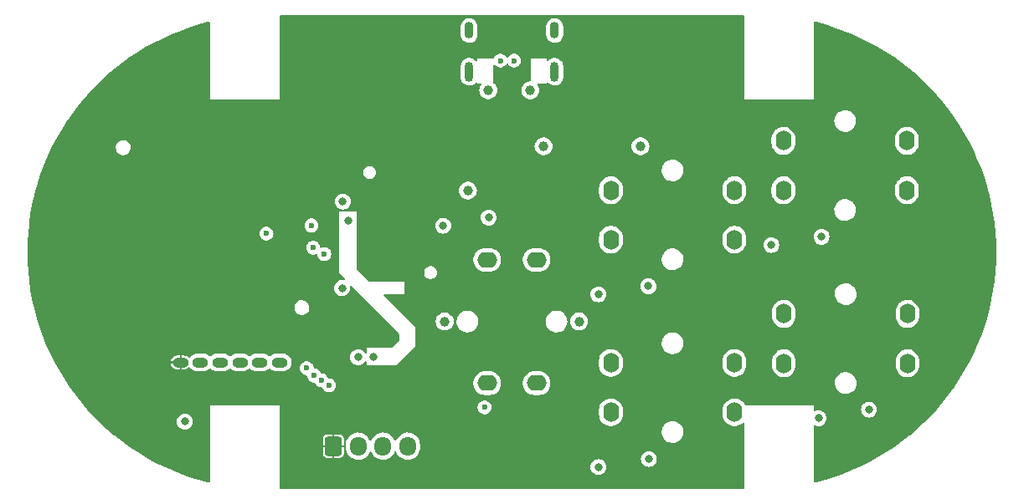
<source format=gbr>
%TF.GenerationSoftware,KiCad,Pcbnew,7.0.6*%
%TF.CreationDate,2023-11-25T17:25:05+01:00*%
%TF.ProjectId,gamepad,67616d65-7061-4642-9e6b-696361645f70,rev?*%
%TF.SameCoordinates,Original*%
%TF.FileFunction,Copper,L3,Inr*%
%TF.FilePolarity,Positive*%
%FSLAX46Y46*%
G04 Gerber Fmt 4.6, Leading zero omitted, Abs format (unit mm)*
G04 Created by KiCad (PCBNEW 7.0.6) date 2023-11-25 17:25:05*
%MOMM*%
%LPD*%
G01*
G04 APERTURE LIST*
G04 Aperture macros list*
%AMRoundRect*
0 Rectangle with rounded corners*
0 $1 Rounding radius*
0 $2 $3 $4 $5 $6 $7 $8 $9 X,Y pos of 4 corners*
0 Add a 4 corners polygon primitive as box body*
4,1,4,$2,$3,$4,$5,$6,$7,$8,$9,$2,$3,0*
0 Add four circle primitives for the rounded corners*
1,1,$1+$1,$2,$3*
1,1,$1+$1,$4,$5*
1,1,$1+$1,$6,$7*
1,1,$1+$1,$8,$9*
0 Add four rect primitives between the rounded corners*
20,1,$1+$1,$2,$3,$4,$5,0*
20,1,$1+$1,$4,$5,$6,$7,0*
20,1,$1+$1,$6,$7,$8,$9,0*
20,1,$1+$1,$8,$9,$2,$3,0*%
G04 Aperture macros list end*
%TA.AperFunction,ComponentPad*%
%ADD10O,1.600000X2.000000*%
%TD*%
%TA.AperFunction,ComponentPad*%
%ADD11O,2.000000X1.600000*%
%TD*%
%TA.AperFunction,ComponentPad*%
%ADD12C,1.000000*%
%TD*%
%TA.AperFunction,ComponentPad*%
%ADD13RoundRect,0.250000X-0.600000X-0.725000X0.600000X-0.725000X0.600000X0.725000X-0.600000X0.725000X0*%
%TD*%
%TA.AperFunction,ComponentPad*%
%ADD14O,1.700000X1.950000*%
%TD*%
%TA.AperFunction,ComponentPad*%
%ADD15O,0.900000X2.000000*%
%TD*%
%TA.AperFunction,ComponentPad*%
%ADD16O,0.900000X1.700000*%
%TD*%
%TA.AperFunction,ComponentPad*%
%ADD17O,1.600000X1.000000*%
%TD*%
%TA.AperFunction,ViaPad*%
%ADD18C,0.800000*%
%TD*%
%TA.AperFunction,ViaPad*%
%ADD19C,1.000000*%
%TD*%
%TA.AperFunction,ViaPad*%
%ADD20C,0.600000*%
%TD*%
G04 APERTURE END LIST*
D10*
%TO.N,/B_A*%
%TO.C,SW3*%
X172500000Y-131250000D03*
X185000000Y-131250000D03*
%TO.N,GND*%
X172500000Y-126250000D03*
X185000000Y-126250000D03*
%TD*%
D11*
%TO.N,/B_L*%
%TO.C,SW5*%
X142500000Y-120775000D03*
X142500000Y-133275000D03*
%TO.N,GND*%
X147500000Y-120775000D03*
X147500000Y-133275000D03*
D12*
%TO.N,Net-(SW5-A)*%
X151800000Y-127025000D03*
%TO.N,GND*%
X138200000Y-127025000D03*
%TD*%
D13*
%TO.N,+3.3VA*%
%TO.C,XT2*%
X126950000Y-139650000D03*
D14*
%TO.N,Net-(XT2-Pin_2)*%
X129450000Y-139650000D03*
%TO.N,Net-(XT2-Pin_3)*%
X131950000Y-139650000D03*
%TO.N,GND*%
X134450000Y-139650000D03*
%TD*%
D15*
%TO.N,Net-(XT1-SHIELD)*%
%TO.C,XT1*%
X149325000Y-101725000D03*
D16*
X149325000Y-97550000D03*
D15*
X140675000Y-101725000D03*
D16*
X140675000Y-97550000D03*
%TD*%
D10*
%TO.N,/B_Y*%
%TO.C,SW2*%
X155000000Y-118725000D03*
X167500000Y-118725000D03*
%TO.N,GND*%
X155000000Y-113725000D03*
X167500000Y-113725000D03*
%TD*%
%TO.N,/B_B*%
%TO.C,SW4*%
X155000000Y-136225000D03*
X167500000Y-136225000D03*
%TO.N,GND*%
X155000000Y-131225000D03*
X167500000Y-131225000D03*
%TD*%
D17*
%TO.N,/J_X*%
%TO.C,J1*%
X121500000Y-131175000D03*
%TO.N,GND*%
X119500000Y-131175000D03*
%TO.N,/J_B*%
X117500000Y-131175000D03*
%TO.N,/J_Y*%
X115500000Y-131175000D03*
%TO.N,GND*%
X113500000Y-131175000D03*
%TO.N,+3.3VA*%
X111500000Y-131175000D03*
%TD*%
D10*
%TO.N,/B_X*%
%TO.C,SW1*%
X172450000Y-113725000D03*
X184950000Y-113725000D03*
%TO.N,GND*%
X172450000Y-108725000D03*
X184950000Y-108725000D03*
%TD*%
D18*
%TO.N,+3.3VA*%
X176300000Y-120200000D03*
X142650000Y-118250000D03*
D19*
X142100000Y-113775000D03*
D18*
X181100000Y-137700000D03*
X128425000Y-116825000D03*
X131025000Y-130650000D03*
X135250000Y-123650000D03*
X158800000Y-125200000D03*
X110075000Y-137175000D03*
D19*
X161000000Y-109200000D03*
D18*
X160400000Y-140950000D03*
%TO.N,GND*%
X158850000Y-140950000D03*
X111925000Y-137175000D03*
X127825000Y-123650000D03*
D19*
X140550000Y-113775000D03*
D18*
X158800000Y-123450000D03*
X181100000Y-135950000D03*
X142650000Y-116500000D03*
X127900000Y-114875000D03*
X129450000Y-130650000D03*
X176300000Y-118450000D03*
D20*
%TO.N,/B_X*%
X126025000Y-120200000D03*
D18*
X171225000Y-119275000D03*
D20*
%TO.N,/B_Y*%
X124250000Y-131750000D03*
D18*
X153750000Y-124275000D03*
%TO.N,/B_A*%
X176000000Y-136825000D03*
D20*
X125000000Y-132500000D03*
%TO.N,/B_B*%
X125750000Y-133000000D03*
D18*
X153750000Y-141775000D03*
D20*
%TO.N,/J_X*%
X124725000Y-117300000D03*
%TO.N,/J_Y*%
X120175000Y-118125000D03*
D19*
%TO.N,+5V*%
X146850000Y-103600000D03*
X148200000Y-109275000D03*
X142600000Y-103600000D03*
X158000000Y-109275000D03*
D20*
%TO.N,/B_L*%
X124900000Y-119550000D03*
D18*
X138050000Y-117325000D03*
D20*
%TO.N,/LED*%
X142225000Y-135725000D03*
X126500000Y-133500000D03*
%TO.N,/D+*%
X143824007Y-100603997D03*
X145225000Y-100600000D03*
%TD*%
%TA.AperFunction,Conductor*%
%TO.N,+3.3VA*%
G36*
X168459191Y-96019407D02*
G01*
X168495155Y-96068907D01*
X168500000Y-96099499D01*
X168500000Y-104500000D01*
X168500001Y-104500000D01*
X175499999Y-104500000D01*
X175500000Y-104500000D01*
X175500000Y-96766826D01*
X175518907Y-96708636D01*
X175568407Y-96672672D01*
X175620749Y-96670246D01*
X175743456Y-96697882D01*
X176677080Y-96948046D01*
X177599874Y-97235600D01*
X178510340Y-97560078D01*
X179407003Y-97920953D01*
X180288407Y-98317641D01*
X181153124Y-98749498D01*
X181999750Y-99215823D01*
X182826913Y-99715861D01*
X183633270Y-100248799D01*
X184417514Y-100813773D01*
X185178373Y-101409868D01*
X185914612Y-102036116D01*
X186223542Y-102321112D01*
X186625038Y-102691503D01*
X187308497Y-103374962D01*
X187516101Y-103600000D01*
X187963884Y-104085388D01*
X188590132Y-104821627D01*
X189186227Y-105582486D01*
X189751201Y-106366730D01*
X190284139Y-107173087D01*
X190784177Y-108000250D01*
X191250502Y-108846876D01*
X191682359Y-109711593D01*
X192079047Y-110592997D01*
X192439922Y-111489660D01*
X192764400Y-112400126D01*
X193051954Y-113322920D01*
X193302118Y-114256544D01*
X193514486Y-115199483D01*
X193688713Y-116150209D01*
X193824517Y-117107180D01*
X193921677Y-118068843D01*
X193980036Y-119033638D01*
X193999500Y-120000000D01*
X193980036Y-120966362D01*
X193921677Y-121931157D01*
X193824517Y-122892820D01*
X193688713Y-123849791D01*
X193514486Y-124800517D01*
X193302118Y-125743456D01*
X193051954Y-126677080D01*
X192764400Y-127599874D01*
X192439922Y-128510340D01*
X192079047Y-129407003D01*
X191682359Y-130288407D01*
X191250502Y-131153124D01*
X190784177Y-131999750D01*
X190284139Y-132826913D01*
X189751201Y-133633270D01*
X189186227Y-134417514D01*
X188590132Y-135178373D01*
X187963884Y-135914612D01*
X187707130Y-136192929D01*
X187308497Y-136625038D01*
X186625038Y-137308497D01*
X186325729Y-137584618D01*
X185914612Y-137963884D01*
X185233350Y-138543368D01*
X185178373Y-138590132D01*
X184417514Y-139186227D01*
X183633270Y-139751201D01*
X182826913Y-140284139D01*
X181999750Y-140784177D01*
X181153124Y-141250502D01*
X180288407Y-141682359D01*
X179407003Y-142079047D01*
X178510340Y-142439922D01*
X177599874Y-142764400D01*
X176677080Y-143051954D01*
X175743456Y-143302118D01*
X175620751Y-143329752D01*
X175559828Y-143324092D01*
X175513867Y-143283703D01*
X175500000Y-143233171D01*
X175500000Y-137635364D01*
X175518907Y-137577173D01*
X175568407Y-137541209D01*
X175629593Y-137541209D01*
X175645359Y-137548587D01*
X175645462Y-137548374D01*
X175650474Y-137550786D01*
X175650478Y-137550789D01*
X175744658Y-137583744D01*
X175820738Y-137610366D01*
X175820742Y-137610367D01*
X175820745Y-137610368D01*
X176000000Y-137630565D01*
X176179255Y-137610368D01*
X176349522Y-137550789D01*
X176502262Y-137454816D01*
X176629816Y-137327262D01*
X176725789Y-137174522D01*
X176785368Y-137004255D01*
X176805565Y-136825000D01*
X176785368Y-136645745D01*
X176778122Y-136625038D01*
X176750179Y-136545181D01*
X176725789Y-136475478D01*
X176711201Y-136452262D01*
X176629818Y-136322741D01*
X176629817Y-136322740D01*
X176629816Y-136322738D01*
X176502262Y-136195184D01*
X176502259Y-136195182D01*
X176502258Y-136195181D01*
X176349523Y-136099211D01*
X176179261Y-136039633D01*
X176179257Y-136039632D01*
X176000000Y-136019435D01*
X175820742Y-136039632D01*
X175820738Y-136039633D01*
X175650474Y-136099212D01*
X175645466Y-136101624D01*
X175644780Y-136100199D01*
X175592328Y-136113410D01*
X175535544Y-136090624D01*
X175502998Y-136038813D01*
X175500000Y-136014635D01*
X175500000Y-135950000D01*
X180294435Y-135950000D01*
X180314632Y-136129257D01*
X180314633Y-136129261D01*
X180374211Y-136299522D01*
X180374211Y-136299523D01*
X180470181Y-136452258D01*
X180470184Y-136452262D01*
X180597738Y-136579816D01*
X180597740Y-136579817D01*
X180597741Y-136579818D01*
X180703920Y-136646535D01*
X180750478Y-136675789D01*
X180818657Y-136699646D01*
X180920738Y-136735366D01*
X180920742Y-136735367D01*
X180920745Y-136735368D01*
X181100000Y-136755565D01*
X181279255Y-136735368D01*
X181449522Y-136675789D01*
X181602262Y-136579816D01*
X181729816Y-136452262D01*
X181825789Y-136299522D01*
X181885368Y-136129255D01*
X181905565Y-135950000D01*
X181885368Y-135770745D01*
X181869361Y-135725001D01*
X181861014Y-135701145D01*
X181825789Y-135600478D01*
X181818873Y-135589472D01*
X181729818Y-135447741D01*
X181729817Y-135447740D01*
X181729816Y-135447738D01*
X181602262Y-135320184D01*
X181602259Y-135320182D01*
X181602258Y-135320181D01*
X181449523Y-135224211D01*
X181279261Y-135164633D01*
X181279257Y-135164632D01*
X181100000Y-135144435D01*
X180920742Y-135164632D01*
X180920738Y-135164633D01*
X180750477Y-135224211D01*
X180750476Y-135224211D01*
X180597741Y-135320181D01*
X180470181Y-135447741D01*
X180374211Y-135600476D01*
X180374211Y-135600477D01*
X180314633Y-135770738D01*
X180314632Y-135770742D01*
X180294435Y-135950000D01*
X175500000Y-135950000D01*
X175500000Y-135500001D01*
X175500000Y-135500000D01*
X175499999Y-135500000D01*
X168640975Y-135500000D01*
X168582784Y-135481093D01*
X168552354Y-135445128D01*
X168544578Y-135429512D01*
X168525058Y-135390311D01*
X168390981Y-135212764D01*
X168226562Y-135062876D01*
X168037401Y-134945753D01*
X167829940Y-134865382D01*
X167829939Y-134865381D01*
X167829937Y-134865381D01*
X167611243Y-134824500D01*
X167388757Y-134824500D01*
X167170062Y-134865381D01*
X167093797Y-134894926D01*
X166962599Y-134945753D01*
X166773438Y-135062876D01*
X166609019Y-135212764D01*
X166575560Y-135257071D01*
X166474943Y-135390309D01*
X166474938Y-135390318D01*
X166375772Y-135589469D01*
X166314885Y-135803464D01*
X166301307Y-135950000D01*
X166299500Y-135969497D01*
X166299500Y-136480503D01*
X166314885Y-136646536D01*
X166375771Y-136860528D01*
X166474942Y-137059689D01*
X166609019Y-137237236D01*
X166773438Y-137387124D01*
X166962599Y-137504247D01*
X167170060Y-137584618D01*
X167388757Y-137625500D01*
X167611243Y-137625500D01*
X167829940Y-137584618D01*
X168037401Y-137504247D01*
X168226562Y-137387124D01*
X168334306Y-137288902D01*
X168390045Y-137263673D01*
X168449971Y-137276025D01*
X168491191Y-137321242D01*
X168500000Y-137362065D01*
X168500000Y-143900500D01*
X168481093Y-143958691D01*
X168431593Y-143994655D01*
X168401000Y-143999500D01*
X121599000Y-143999500D01*
X121540809Y-143980593D01*
X121504845Y-143931093D01*
X121500000Y-143900500D01*
X121500000Y-141775000D01*
X152944435Y-141775000D01*
X152964632Y-141954257D01*
X152964633Y-141954261D01*
X153024211Y-142124522D01*
X153024211Y-142124523D01*
X153120181Y-142277258D01*
X153120184Y-142277262D01*
X153247738Y-142404816D01*
X153400478Y-142500789D01*
X153468657Y-142524646D01*
X153570738Y-142560366D01*
X153570742Y-142560367D01*
X153570745Y-142560368D01*
X153750000Y-142580565D01*
X153929255Y-142560368D01*
X154099522Y-142500789D01*
X154252262Y-142404816D01*
X154379816Y-142277262D01*
X154475789Y-142124522D01*
X154535368Y-141954255D01*
X154555565Y-141775000D01*
X154535368Y-141595745D01*
X154529794Y-141579816D01*
X154485161Y-141452262D01*
X154475789Y-141425478D01*
X154379816Y-141272738D01*
X154252262Y-141145184D01*
X154252259Y-141145182D01*
X154252258Y-141145181D01*
X154099523Y-141049211D01*
X153929261Y-140989633D01*
X153929257Y-140989632D01*
X153750000Y-140969435D01*
X153570742Y-140989632D01*
X153570738Y-140989633D01*
X153400477Y-141049211D01*
X153400476Y-141049211D01*
X153247741Y-141145181D01*
X153120181Y-141272741D01*
X153024211Y-141425476D01*
X153024211Y-141425477D01*
X152964633Y-141595738D01*
X152964632Y-141595742D01*
X152944435Y-141775000D01*
X121500000Y-141775000D01*
X121500000Y-139750001D01*
X125900000Y-139750001D01*
X125900001Y-140429203D01*
X125902850Y-140459600D01*
X125902850Y-140459602D01*
X125947654Y-140587647D01*
X126028207Y-140696790D01*
X126028209Y-140696792D01*
X126137352Y-140777345D01*
X126265398Y-140822149D01*
X126295789Y-140824999D01*
X126849998Y-140824999D01*
X126850000Y-140824998D01*
X126850000Y-140115506D01*
X126916025Y-140125000D01*
X126983975Y-140125000D01*
X127050000Y-140115506D01*
X127050000Y-140824998D01*
X127050001Y-140824999D01*
X127604203Y-140824999D01*
X127634600Y-140822149D01*
X127634602Y-140822149D01*
X127762647Y-140777345D01*
X127871790Y-140696792D01*
X127871792Y-140696790D01*
X127952345Y-140587647D01*
X127997149Y-140459601D01*
X127999999Y-140429211D01*
X128000000Y-140429210D01*
X128000000Y-139831151D01*
X128199500Y-139831151D01*
X128199501Y-139831176D01*
X128214621Y-139999180D01*
X128214623Y-139999191D01*
X128274506Y-140216168D01*
X128274509Y-140216175D01*
X128372169Y-140418970D01*
X128372170Y-140418972D01*
X128372171Y-140418973D01*
X128504478Y-140601078D01*
X128667175Y-140756632D01*
X128855032Y-140880635D01*
X128855035Y-140880636D01*
X128855036Y-140880637D01*
X129062012Y-140969103D01*
X129281463Y-141019191D01*
X129468852Y-141027606D01*
X129506328Y-141029290D01*
X129506328Y-141029289D01*
X129506330Y-141029290D01*
X129729387Y-140999075D01*
X129943464Y-140929517D01*
X130141681Y-140822852D01*
X130317666Y-140682508D01*
X130465765Y-140512996D01*
X130581215Y-140319764D01*
X130606340Y-140252816D01*
X130644486Y-140204983D01*
X130703466Y-140188705D01*
X130760750Y-140210203D01*
X130788222Y-140244651D01*
X130872169Y-140418970D01*
X130872170Y-140418972D01*
X130872171Y-140418973D01*
X131004478Y-140601078D01*
X131167175Y-140756632D01*
X131355032Y-140880635D01*
X131355035Y-140880636D01*
X131355036Y-140880637D01*
X131562011Y-140969103D01*
X131562012Y-140969103D01*
X131781463Y-141019191D01*
X131968852Y-141027606D01*
X132006328Y-141029290D01*
X132006328Y-141029289D01*
X132006330Y-141029290D01*
X132229387Y-140999075D01*
X132443464Y-140929517D01*
X132641681Y-140822852D01*
X132817666Y-140682508D01*
X132965765Y-140512996D01*
X133081215Y-140319764D01*
X133106340Y-140252816D01*
X133144486Y-140204983D01*
X133203466Y-140188705D01*
X133260750Y-140210203D01*
X133288222Y-140244651D01*
X133372169Y-140418970D01*
X133372170Y-140418972D01*
X133372171Y-140418973D01*
X133504478Y-140601078D01*
X133667175Y-140756632D01*
X133855032Y-140880635D01*
X133855035Y-140880636D01*
X133855036Y-140880637D01*
X134062012Y-140969103D01*
X134281463Y-141019191D01*
X134468852Y-141027606D01*
X134506328Y-141029290D01*
X134506328Y-141029289D01*
X134506330Y-141029290D01*
X134729387Y-140999075D01*
X134880424Y-140950000D01*
X158044435Y-140950000D01*
X158064632Y-141129257D01*
X158064633Y-141129261D01*
X158124211Y-141299522D01*
X158124211Y-141299523D01*
X158203354Y-141425478D01*
X158220184Y-141452262D01*
X158347738Y-141579816D01*
X158347740Y-141579817D01*
X158347741Y-141579818D01*
X158373077Y-141595738D01*
X158500478Y-141675789D01*
X158568657Y-141699646D01*
X158670738Y-141735366D01*
X158670742Y-141735367D01*
X158670745Y-141735368D01*
X158850000Y-141755565D01*
X159029255Y-141735368D01*
X159199522Y-141675789D01*
X159352262Y-141579816D01*
X159479816Y-141452262D01*
X159575789Y-141299522D01*
X159635368Y-141129255D01*
X159655565Y-140950000D01*
X159635368Y-140770745D01*
X159630428Y-140756628D01*
X159609490Y-140696790D01*
X159575789Y-140600478D01*
X159520820Y-140512996D01*
X159479818Y-140447741D01*
X159479817Y-140447740D01*
X159479816Y-140447738D01*
X159352262Y-140320184D01*
X159352259Y-140320182D01*
X159352258Y-140320181D01*
X159199523Y-140224211D01*
X159029261Y-140164633D01*
X159029257Y-140164632D01*
X158850000Y-140144435D01*
X158670742Y-140164632D01*
X158670738Y-140164633D01*
X158500477Y-140224211D01*
X158500476Y-140224211D01*
X158347741Y-140320181D01*
X158220181Y-140447741D01*
X158124211Y-140600476D01*
X158124211Y-140600477D01*
X158064633Y-140770738D01*
X158064632Y-140770742D01*
X158044435Y-140950000D01*
X134880424Y-140950000D01*
X134943464Y-140929517D01*
X135141681Y-140822852D01*
X135317666Y-140682508D01*
X135465765Y-140512996D01*
X135581215Y-140319764D01*
X135660307Y-140109024D01*
X135700500Y-139887547D01*
X135700500Y-139468845D01*
X135687599Y-139325500D01*
X135685378Y-139300819D01*
X135685376Y-139300808D01*
X135645138Y-139155010D01*
X135625493Y-139083830D01*
X135527829Y-138881027D01*
X135395522Y-138698922D01*
X135232825Y-138543368D01*
X135044968Y-138419365D01*
X135044965Y-138419363D01*
X135044964Y-138419363D01*
X135044963Y-138419362D01*
X134837987Y-138330896D01*
X134682186Y-138295336D01*
X134618537Y-138280809D01*
X134618531Y-138280808D01*
X134618526Y-138280808D01*
X134393671Y-138270709D01*
X134170612Y-138300925D01*
X133956533Y-138370483D01*
X133758318Y-138477148D01*
X133758317Y-138477148D01*
X133582334Y-138617491D01*
X133582333Y-138617492D01*
X133434236Y-138787002D01*
X133318783Y-138980240D01*
X133293660Y-139047180D01*
X133255512Y-139095017D01*
X133196531Y-139111294D01*
X133139247Y-139089795D01*
X133111777Y-139055348D01*
X133027830Y-138881029D01*
X133027829Y-138881027D01*
X132895522Y-138698922D01*
X132732825Y-138543368D01*
X132544968Y-138419365D01*
X132544965Y-138419363D01*
X132544964Y-138419363D01*
X132544963Y-138419362D01*
X132337987Y-138330896D01*
X132182186Y-138295336D01*
X132118537Y-138280809D01*
X132118531Y-138280808D01*
X132118526Y-138280808D01*
X131893671Y-138270709D01*
X131670612Y-138300925D01*
X131456533Y-138370483D01*
X131258318Y-138477148D01*
X131258317Y-138477148D01*
X131082334Y-138617491D01*
X131082333Y-138617492D01*
X130934236Y-138787002D01*
X130818783Y-138980240D01*
X130793660Y-139047180D01*
X130755512Y-139095017D01*
X130696531Y-139111294D01*
X130639247Y-139089795D01*
X130611777Y-139055348D01*
X130527830Y-138881029D01*
X130527829Y-138881027D01*
X130395522Y-138698922D01*
X130232825Y-138543368D01*
X130044968Y-138419365D01*
X130044965Y-138419363D01*
X130044964Y-138419363D01*
X130044963Y-138419362D01*
X129837987Y-138330896D01*
X129682186Y-138295336D01*
X129618537Y-138280809D01*
X129618531Y-138280808D01*
X129618526Y-138280808D01*
X129393671Y-138270709D01*
X129170612Y-138300925D01*
X128956533Y-138370483D01*
X128758318Y-138477148D01*
X128758317Y-138477148D01*
X128582334Y-138617491D01*
X128582333Y-138617492D01*
X128434236Y-138787002D01*
X128318783Y-138980240D01*
X128239696Y-139190967D01*
X128239693Y-139190976D01*
X128239692Y-139190982D01*
X128199500Y-139412448D01*
X128199500Y-139831151D01*
X128000000Y-139831151D01*
X128000000Y-139750001D01*
X127999999Y-139750000D01*
X127415691Y-139750000D01*
X127425000Y-139718295D01*
X127425000Y-139581705D01*
X127415691Y-139550000D01*
X127999998Y-139550000D01*
X127999999Y-139549999D01*
X127999998Y-138870796D01*
X127997149Y-138840399D01*
X127997149Y-138840397D01*
X127952345Y-138712352D01*
X127871792Y-138603209D01*
X127871790Y-138603207D01*
X127762647Y-138522654D01*
X127634601Y-138477850D01*
X127604211Y-138475000D01*
X127050000Y-138475000D01*
X127050000Y-139184493D01*
X126983975Y-139175000D01*
X126916025Y-139175000D01*
X126850000Y-139184493D01*
X126850000Y-138475001D01*
X126849999Y-138475000D01*
X126295796Y-138475000D01*
X126265399Y-138477850D01*
X126265397Y-138477850D01*
X126137352Y-138522654D01*
X126028209Y-138603207D01*
X126028207Y-138603209D01*
X125947654Y-138712352D01*
X125902850Y-138840398D01*
X125900000Y-138870788D01*
X125900000Y-139549999D01*
X125900001Y-139550000D01*
X126484309Y-139550000D01*
X126475000Y-139581705D01*
X126475000Y-139718295D01*
X126484309Y-139750000D01*
X125900002Y-139750000D01*
X125900000Y-139750001D01*
X121500000Y-139750001D01*
X121500000Y-138172400D01*
X160145746Y-138172400D01*
X160155746Y-138382330D01*
X160155747Y-138382337D01*
X160205295Y-138586573D01*
X160205300Y-138586586D01*
X160292602Y-138777751D01*
X160292604Y-138777754D01*
X160414511Y-138948949D01*
X160414513Y-138948951D01*
X160414514Y-138948952D01*
X160566622Y-139093986D01*
X160743428Y-139207613D01*
X160938543Y-139285725D01*
X161144915Y-139325500D01*
X161144918Y-139325500D01*
X161302425Y-139325500D01*
X161459218Y-139310528D01*
X161660875Y-139251316D01*
X161670615Y-139246295D01*
X161679944Y-139241485D01*
X161847682Y-139155011D01*
X162012886Y-139025092D01*
X162150519Y-138866256D01*
X162255604Y-138684244D01*
X162324344Y-138485633D01*
X162354254Y-138277602D01*
X162344254Y-138067670D01*
X162294704Y-137863424D01*
X162294699Y-137863413D01*
X162207397Y-137672248D01*
X162207395Y-137672245D01*
X162085488Y-137501050D01*
X161966005Y-137387124D01*
X161933378Y-137356014D01*
X161756572Y-137242387D01*
X161756569Y-137242386D01*
X161756568Y-137242385D01*
X161647409Y-137198685D01*
X161561457Y-137164275D01*
X161355085Y-137124500D01*
X161197575Y-137124500D01*
X161040781Y-137139472D01*
X160839120Y-137198685D01*
X160652320Y-137294987D01*
X160652317Y-137294989D01*
X160487113Y-137424907D01*
X160349480Y-137583744D01*
X160244397Y-137765753D01*
X160244394Y-137765760D01*
X160175657Y-137964362D01*
X160175655Y-137964368D01*
X160145746Y-138172393D01*
X160145746Y-138172400D01*
X121500000Y-138172400D01*
X121500000Y-136480503D01*
X153799500Y-136480503D01*
X153814885Y-136646536D01*
X153875771Y-136860528D01*
X153974942Y-137059689D01*
X154109019Y-137237236D01*
X154273438Y-137387124D01*
X154462599Y-137504247D01*
X154670060Y-137584618D01*
X154888757Y-137625500D01*
X155111243Y-137625500D01*
X155329940Y-137584618D01*
X155537401Y-137504247D01*
X155726562Y-137387124D01*
X155890981Y-137237236D01*
X156025058Y-137059689D01*
X156124229Y-136860528D01*
X156185115Y-136646536D01*
X156200500Y-136480503D01*
X156200500Y-135969497D01*
X156185115Y-135803464D01*
X156124229Y-135589472D01*
X156025058Y-135390311D01*
X155890981Y-135212764D01*
X155726562Y-135062876D01*
X155537401Y-134945753D01*
X155329940Y-134865382D01*
X155329939Y-134865381D01*
X155329937Y-134865381D01*
X155111243Y-134824500D01*
X154888757Y-134824500D01*
X154670062Y-134865381D01*
X154593797Y-134894926D01*
X154462599Y-134945753D01*
X154273438Y-135062876D01*
X154109019Y-135212764D01*
X154075560Y-135257071D01*
X153974943Y-135390309D01*
X153974938Y-135390318D01*
X153875772Y-135589469D01*
X153814885Y-135803464D01*
X153801307Y-135950000D01*
X153799500Y-135969497D01*
X153799500Y-136480503D01*
X121500000Y-136480503D01*
X121500000Y-135725001D01*
X141519355Y-135725001D01*
X141526190Y-135781290D01*
X141539860Y-135893872D01*
X141600182Y-136052930D01*
X141696817Y-136192929D01*
X141824148Y-136305734D01*
X141974775Y-136384790D01*
X142139944Y-136425500D01*
X142139947Y-136425500D01*
X142310053Y-136425500D01*
X142310056Y-136425500D01*
X142475225Y-136384790D01*
X142625852Y-136305734D01*
X142753183Y-136192929D01*
X142849818Y-136052930D01*
X142910140Y-135893872D01*
X142930645Y-135725000D01*
X142910140Y-135556128D01*
X142849818Y-135397070D01*
X142753183Y-135257071D01*
X142703169Y-135212763D01*
X142648842Y-135164633D01*
X142625852Y-135144266D01*
X142475225Y-135065210D01*
X142475224Y-135065209D01*
X142475223Y-135065209D01*
X142310058Y-135024500D01*
X142310056Y-135024500D01*
X142139944Y-135024500D01*
X142139941Y-135024500D01*
X141974776Y-135065209D01*
X141824146Y-135144267D01*
X141696818Y-135257069D01*
X141696816Y-135257071D01*
X141696817Y-135257071D01*
X141600182Y-135397070D01*
X141561147Y-135500000D01*
X141539860Y-135556129D01*
X141519355Y-135724998D01*
X141519355Y-135725001D01*
X121500000Y-135725001D01*
X121500000Y-135500001D01*
X121500000Y-135500000D01*
X114500000Y-135500000D01*
X114500000Y-135500001D01*
X114500000Y-143233171D01*
X114481093Y-143291362D01*
X114431593Y-143327326D01*
X114379249Y-143329752D01*
X114256544Y-143302118D01*
X113322920Y-143051954D01*
X112400126Y-142764400D01*
X111489660Y-142439922D01*
X110592997Y-142079047D01*
X109711593Y-141682359D01*
X108846876Y-141250502D01*
X108000250Y-140784177D01*
X107173087Y-140284139D01*
X106366730Y-139751201D01*
X105582486Y-139186227D01*
X104821627Y-138590132D01*
X104766650Y-138543368D01*
X104085388Y-137963884D01*
X103674271Y-137584618D01*
X103374962Y-137308497D01*
X103241465Y-137175000D01*
X111119435Y-137175000D01*
X111139632Y-137354257D01*
X111139633Y-137354261D01*
X111199211Y-137524522D01*
X111199211Y-137524523D01*
X111292033Y-137672248D01*
X111295184Y-137677262D01*
X111422738Y-137804816D01*
X111575478Y-137900789D01*
X111643657Y-137924646D01*
X111745738Y-137960366D01*
X111745742Y-137960367D01*
X111745745Y-137960368D01*
X111925000Y-137980565D01*
X112104255Y-137960368D01*
X112274522Y-137900789D01*
X112427262Y-137804816D01*
X112554816Y-137677262D01*
X112650789Y-137524522D01*
X112709752Y-137356015D01*
X112710366Y-137354261D01*
X112710367Y-137354257D01*
X112710368Y-137354255D01*
X112730565Y-137175000D01*
X112710368Y-136995745D01*
X112650789Y-136825478D01*
X112594168Y-136735367D01*
X112554818Y-136672741D01*
X112554817Y-136672740D01*
X112554816Y-136672738D01*
X112427262Y-136545184D01*
X112427259Y-136545182D01*
X112427258Y-136545181D01*
X112274523Y-136449211D01*
X112104261Y-136389633D01*
X112104257Y-136389632D01*
X111925000Y-136369435D01*
X111745742Y-136389632D01*
X111745738Y-136389633D01*
X111575477Y-136449211D01*
X111575476Y-136449211D01*
X111422741Y-136545181D01*
X111295181Y-136672741D01*
X111199211Y-136825476D01*
X111199211Y-136825477D01*
X111139633Y-136995738D01*
X111139632Y-136995742D01*
X111119435Y-137175000D01*
X103241465Y-137175000D01*
X102691503Y-136625038D01*
X102292870Y-136192929D01*
X102036116Y-135914612D01*
X101409868Y-135178373D01*
X100813773Y-134417514D01*
X100248799Y-133633270D01*
X99715861Y-132826913D01*
X99215823Y-131999750D01*
X98816628Y-131275000D01*
X110503698Y-131275000D01*
X110540682Y-131425046D01*
X110540682Y-131425047D01*
X110619681Y-131575568D01*
X110619681Y-131575569D01*
X110732399Y-131702800D01*
X110732405Y-131702805D01*
X110872306Y-131799371D01*
X110872309Y-131799373D01*
X111031241Y-131859648D01*
X111031251Y-131859651D01*
X111157648Y-131874999D01*
X111157665Y-131875000D01*
X111399999Y-131875000D01*
X111400000Y-131874998D01*
X111400000Y-131375000D01*
X111600000Y-131375000D01*
X111600000Y-131874999D01*
X111600001Y-131875000D01*
X111842335Y-131875000D01*
X111842351Y-131874999D01*
X111968748Y-131859651D01*
X111968758Y-131859648D01*
X112127690Y-131799373D01*
X112127693Y-131799371D01*
X112267594Y-131702805D01*
X112267595Y-131702805D01*
X112297276Y-131669302D01*
X112350016Y-131638284D01*
X112410915Y-131644188D01*
X112451470Y-131676758D01*
X112527112Y-131780871D01*
X112527115Y-131780873D01*
X112527116Y-131780875D01*
X112566243Y-131816105D01*
X112667784Y-131907533D01*
X112747490Y-131953551D01*
X112831706Y-132002174D01*
X112831711Y-132002176D01*
X112831716Y-132002179D01*
X113011744Y-132060674D01*
X113152808Y-132075500D01*
X113152811Y-132075500D01*
X113847189Y-132075500D01*
X113847192Y-132075500D01*
X113988256Y-132060674D01*
X114168284Y-132002179D01*
X114332216Y-131907533D01*
X114433757Y-131816104D01*
X114489651Y-131791218D01*
X114549500Y-131803939D01*
X114566239Y-131816102D01*
X114667784Y-131907533D01*
X114747490Y-131953551D01*
X114831706Y-132002174D01*
X114831711Y-132002176D01*
X114831716Y-132002179D01*
X115011744Y-132060674D01*
X115152808Y-132075500D01*
X115152811Y-132075500D01*
X115847189Y-132075500D01*
X115847192Y-132075500D01*
X115988256Y-132060674D01*
X116168284Y-132002179D01*
X116332216Y-131907533D01*
X116433757Y-131816104D01*
X116489651Y-131791218D01*
X116549500Y-131803939D01*
X116566239Y-131816102D01*
X116667784Y-131907533D01*
X116747490Y-131953551D01*
X116831706Y-132002174D01*
X116831711Y-132002176D01*
X116831716Y-132002179D01*
X117011744Y-132060674D01*
X117152808Y-132075500D01*
X117152811Y-132075500D01*
X117847189Y-132075500D01*
X117847192Y-132075500D01*
X117988256Y-132060674D01*
X118168284Y-132002179D01*
X118332216Y-131907533D01*
X118433757Y-131816104D01*
X118489651Y-131791218D01*
X118549500Y-131803939D01*
X118566239Y-131816102D01*
X118667784Y-131907533D01*
X118747490Y-131953551D01*
X118831706Y-132002174D01*
X118831711Y-132002176D01*
X118831716Y-132002179D01*
X119011744Y-132060674D01*
X119152808Y-132075500D01*
X119152811Y-132075500D01*
X119847189Y-132075500D01*
X119847192Y-132075500D01*
X119988256Y-132060674D01*
X120168284Y-132002179D01*
X120332216Y-131907533D01*
X120433757Y-131816104D01*
X120489651Y-131791218D01*
X120549500Y-131803939D01*
X120566239Y-131816102D01*
X120667784Y-131907533D01*
X120747490Y-131953551D01*
X120831706Y-132002174D01*
X120831711Y-132002176D01*
X120831716Y-132002179D01*
X121011744Y-132060674D01*
X121152808Y-132075500D01*
X121152811Y-132075500D01*
X121847189Y-132075500D01*
X121847192Y-132075500D01*
X121988256Y-132060674D01*
X122168284Y-132002179D01*
X122332216Y-131907533D01*
X122472888Y-131780871D01*
X122495317Y-131750000D01*
X123544355Y-131750000D01*
X123564860Y-131918872D01*
X123625182Y-132077930D01*
X123721817Y-132217929D01*
X123849148Y-132330734D01*
X123999775Y-132409790D01*
X124164944Y-132450500D01*
X124200638Y-132450500D01*
X124258829Y-132469407D01*
X124294793Y-132518907D01*
X124298916Y-132537566D01*
X124307559Y-132608744D01*
X124314860Y-132668872D01*
X124375182Y-132827930D01*
X124471817Y-132967929D01*
X124599148Y-133080734D01*
X124749775Y-133159790D01*
X124914944Y-133200500D01*
X125008520Y-133200500D01*
X125066711Y-133219407D01*
X125101086Y-133264394D01*
X125125182Y-133327930D01*
X125221817Y-133467929D01*
X125349148Y-133580734D01*
X125499775Y-133659790D01*
X125664944Y-133700500D01*
X125758520Y-133700500D01*
X125816711Y-133719407D01*
X125851086Y-133764394D01*
X125875182Y-133827930D01*
X125971816Y-133967927D01*
X125971818Y-133967930D01*
X126009780Y-134001561D01*
X126099148Y-134080734D01*
X126249775Y-134159790D01*
X126414944Y-134200500D01*
X126414947Y-134200500D01*
X126585053Y-134200500D01*
X126585056Y-134200500D01*
X126750225Y-134159790D01*
X126900852Y-134080734D01*
X127028183Y-133967929D01*
X127124818Y-133827930D01*
X127185140Y-133668872D01*
X127205645Y-133500000D01*
X127191832Y-133386242D01*
X141099500Y-133386242D01*
X141135856Y-133580732D01*
X141140382Y-133604940D01*
X141220753Y-133812401D01*
X141337876Y-134001562D01*
X141487764Y-134165981D01*
X141665311Y-134300058D01*
X141864472Y-134399229D01*
X142078464Y-134460115D01*
X142244497Y-134475500D01*
X142244502Y-134475500D01*
X142755498Y-134475500D01*
X142755503Y-134475500D01*
X142921536Y-134460115D01*
X143135528Y-134399229D01*
X143334689Y-134300058D01*
X143512236Y-134165981D01*
X143662124Y-134001562D01*
X143779247Y-133812401D01*
X143859618Y-133604940D01*
X143900500Y-133386243D01*
X143900500Y-133386242D01*
X146099500Y-133386242D01*
X146135856Y-133580732D01*
X146140382Y-133604940D01*
X146220753Y-133812401D01*
X146337876Y-134001562D01*
X146487764Y-134165981D01*
X146665311Y-134300058D01*
X146864472Y-134399229D01*
X147078464Y-134460115D01*
X147244497Y-134475500D01*
X147244502Y-134475500D01*
X147755498Y-134475500D01*
X147755503Y-134475500D01*
X147921536Y-134460115D01*
X148135528Y-134399229D01*
X148334689Y-134300058D01*
X148512236Y-134165981D01*
X148662124Y-134001562D01*
X148779247Y-133812401D01*
X148859618Y-133604940D01*
X148900500Y-133386243D01*
X148900500Y-133197400D01*
X177645746Y-133197400D01*
X177655746Y-133407330D01*
X177655747Y-133407337D01*
X177705295Y-133611573D01*
X177705300Y-133611586D01*
X177792602Y-133802751D01*
X177792604Y-133802754D01*
X177914511Y-133973949D01*
X177914513Y-133973951D01*
X177914514Y-133973952D01*
X178066622Y-134118986D01*
X178243428Y-134232613D01*
X178438543Y-134310725D01*
X178644915Y-134350500D01*
X178644918Y-134350500D01*
X178802425Y-134350500D01*
X178959218Y-134335528D01*
X179160875Y-134276316D01*
X179347682Y-134180011D01*
X179512886Y-134050092D01*
X179650519Y-133891256D01*
X179755604Y-133709244D01*
X179824344Y-133510633D01*
X179854254Y-133302602D01*
X179844254Y-133092670D01*
X179794704Y-132888424D01*
X179750102Y-132790760D01*
X179707397Y-132697248D01*
X179707395Y-132697245D01*
X179585488Y-132526050D01*
X179577997Y-132518907D01*
X179433378Y-132381014D01*
X179256572Y-132267387D01*
X179256569Y-132267386D01*
X179256568Y-132267385D01*
X179147409Y-132223685D01*
X179061457Y-132189275D01*
X178855085Y-132149500D01*
X178697575Y-132149500D01*
X178540781Y-132164472D01*
X178339120Y-132223685D01*
X178152320Y-132319987D01*
X178152317Y-132319989D01*
X177987113Y-132449907D01*
X177849480Y-132608744D01*
X177744397Y-132790753D01*
X177744394Y-132790760D01*
X177675657Y-132989362D01*
X177675655Y-132989368D01*
X177645746Y-133197393D01*
X177645746Y-133197400D01*
X148900500Y-133197400D01*
X148900500Y-133163757D01*
X148859618Y-132945060D01*
X148779247Y-132737599D01*
X148662124Y-132548438D01*
X148512236Y-132384019D01*
X148334689Y-132249942D01*
X148135528Y-132150771D01*
X147921536Y-132089885D01*
X147865375Y-132084681D01*
X147755505Y-132074500D01*
X147755503Y-132074500D01*
X147244497Y-132074500D01*
X147244494Y-132074500D01*
X147078464Y-132089885D01*
X146864472Y-132150771D01*
X146864471Y-132150771D01*
X146864469Y-132150772D01*
X146665318Y-132249938D01*
X146665309Y-132249943D01*
X146558325Y-132330734D01*
X146487764Y-132384019D01*
X146337876Y-132548438D01*
X146220753Y-132737599D01*
X146185759Y-132827929D01*
X146140381Y-132945062D01*
X146099500Y-133163757D01*
X146099500Y-133386242D01*
X143900500Y-133386242D01*
X143900500Y-133163757D01*
X143859618Y-132945060D01*
X143779247Y-132737599D01*
X143662124Y-132548438D01*
X143512236Y-132384019D01*
X143334689Y-132249942D01*
X143135528Y-132150771D01*
X142921536Y-132089885D01*
X142865375Y-132084681D01*
X142755505Y-132074500D01*
X142755503Y-132074500D01*
X142244497Y-132074500D01*
X142244494Y-132074500D01*
X142078464Y-132089885D01*
X141864472Y-132150771D01*
X141864471Y-132150771D01*
X141864469Y-132150772D01*
X141665318Y-132249938D01*
X141665309Y-132249943D01*
X141558325Y-132330734D01*
X141487764Y-132384019D01*
X141337876Y-132548438D01*
X141220753Y-132737599D01*
X141185759Y-132827929D01*
X141140381Y-132945062D01*
X141099500Y-133163757D01*
X141099500Y-133386242D01*
X127191832Y-133386242D01*
X127185140Y-133331128D01*
X127124818Y-133172070D01*
X127028183Y-133032071D01*
X126900852Y-132919266D01*
X126750225Y-132840210D01*
X126750224Y-132840209D01*
X126750223Y-132840209D01*
X126585058Y-132799500D01*
X126585056Y-132799500D01*
X126491480Y-132799500D01*
X126433289Y-132780593D01*
X126398913Y-132735605D01*
X126374818Y-132672070D01*
X126278183Y-132532071D01*
X126274995Y-132529247D01*
X126150853Y-132419267D01*
X126150852Y-132419266D01*
X126000225Y-132340210D01*
X126000224Y-132340209D01*
X126000223Y-132340209D01*
X125835058Y-132299500D01*
X125835056Y-132299500D01*
X125741480Y-132299500D01*
X125683289Y-132280593D01*
X125648913Y-132235605D01*
X125624818Y-132172070D01*
X125528183Y-132032071D01*
X125400852Y-131919266D01*
X125250225Y-131840210D01*
X125250224Y-131840209D01*
X125250223Y-131840209D01*
X125085058Y-131799500D01*
X125085056Y-131799500D01*
X125049362Y-131799500D01*
X124991171Y-131780593D01*
X124955207Y-131731093D01*
X124951084Y-131712434D01*
X124946118Y-131671536D01*
X124935140Y-131581128D01*
X124874818Y-131422070D01*
X124778183Y-131282071D01*
X124770201Y-131275000D01*
X124650853Y-131169267D01*
X124650852Y-131169266D01*
X124500225Y-131090210D01*
X124500224Y-131090209D01*
X124500223Y-131090209D01*
X124335058Y-131049500D01*
X124335056Y-131049500D01*
X124164944Y-131049500D01*
X124164941Y-131049500D01*
X123999776Y-131090209D01*
X123849146Y-131169267D01*
X123721818Y-131282069D01*
X123721816Y-131282072D01*
X123657672Y-131375000D01*
X123625182Y-131422070D01*
X123566969Y-131575569D01*
X123564860Y-131581129D01*
X123545138Y-131743554D01*
X123544355Y-131750000D01*
X122495317Y-131750000D01*
X122584151Y-131627730D01*
X122661144Y-131454803D01*
X122700500Y-131269646D01*
X122700500Y-131080354D01*
X122661144Y-130895197D01*
X122584151Y-130722270D01*
X122472888Y-130569129D01*
X122472884Y-130569125D01*
X122472883Y-130569124D01*
X122332218Y-130442469D01*
X122332216Y-130442467D01*
X122298525Y-130423015D01*
X122168293Y-130347825D01*
X122168279Y-130347819D01*
X121988261Y-130289327D01*
X121988258Y-130289326D01*
X121988256Y-130289326D01*
X121872773Y-130277188D01*
X121847193Y-130274500D01*
X121847192Y-130274500D01*
X121152808Y-130274500D01*
X121152806Y-130274500D01*
X121101644Y-130279877D01*
X121011744Y-130289326D01*
X121011742Y-130289326D01*
X121011738Y-130289327D01*
X120831720Y-130347819D01*
X120831706Y-130347825D01*
X120667787Y-130442465D01*
X120667786Y-130442465D01*
X120566244Y-130533894D01*
X120510348Y-130558780D01*
X120450500Y-130546058D01*
X120433756Y-130533894D01*
X120385396Y-130490351D01*
X120332216Y-130442467D01*
X120298525Y-130423015D01*
X120168293Y-130347825D01*
X120168279Y-130347819D01*
X119988261Y-130289327D01*
X119988258Y-130289326D01*
X119988256Y-130289326D01*
X119872773Y-130277188D01*
X119847193Y-130274500D01*
X119847192Y-130274500D01*
X119152808Y-130274500D01*
X119152806Y-130274500D01*
X119101644Y-130279877D01*
X119011744Y-130289326D01*
X119011742Y-130289326D01*
X119011738Y-130289327D01*
X118831720Y-130347819D01*
X118831706Y-130347825D01*
X118667787Y-130442465D01*
X118667786Y-130442465D01*
X118566244Y-130533894D01*
X118510348Y-130558780D01*
X118450500Y-130546058D01*
X118433756Y-130533894D01*
X118385396Y-130490351D01*
X118332216Y-130442467D01*
X118298525Y-130423015D01*
X118168293Y-130347825D01*
X118168279Y-130347819D01*
X117988261Y-130289327D01*
X117988258Y-130289326D01*
X117988256Y-130289326D01*
X117872773Y-130277188D01*
X117847193Y-130274500D01*
X117847192Y-130274500D01*
X117152808Y-130274500D01*
X117152806Y-130274500D01*
X117101644Y-130279877D01*
X117011744Y-130289326D01*
X117011742Y-130289326D01*
X117011738Y-130289327D01*
X116831720Y-130347819D01*
X116831706Y-130347825D01*
X116667787Y-130442465D01*
X116667786Y-130442465D01*
X116566244Y-130533894D01*
X116510348Y-130558780D01*
X116450500Y-130546058D01*
X116433756Y-130533894D01*
X116385396Y-130490351D01*
X116332216Y-130442467D01*
X116298525Y-130423015D01*
X116168293Y-130347825D01*
X116168279Y-130347819D01*
X115988261Y-130289327D01*
X115988258Y-130289326D01*
X115988256Y-130289326D01*
X115872773Y-130277188D01*
X115847193Y-130274500D01*
X115847192Y-130274500D01*
X115152808Y-130274500D01*
X115152806Y-130274500D01*
X115101644Y-130279877D01*
X115011744Y-130289326D01*
X115011742Y-130289326D01*
X115011738Y-130289327D01*
X114831720Y-130347819D01*
X114831706Y-130347825D01*
X114667787Y-130442465D01*
X114667786Y-130442465D01*
X114566244Y-130533894D01*
X114510348Y-130558780D01*
X114450500Y-130546058D01*
X114433756Y-130533894D01*
X114385396Y-130490351D01*
X114332216Y-130442467D01*
X114298525Y-130423015D01*
X114168293Y-130347825D01*
X114168279Y-130347819D01*
X113988261Y-130289327D01*
X113988258Y-130289326D01*
X113988256Y-130289326D01*
X113872773Y-130277188D01*
X113847193Y-130274500D01*
X113847192Y-130274500D01*
X113152808Y-130274500D01*
X113152806Y-130274500D01*
X113101644Y-130279877D01*
X113011744Y-130289326D01*
X113011742Y-130289326D01*
X113011738Y-130289327D01*
X112831720Y-130347819D01*
X112831706Y-130347825D01*
X112667787Y-130442465D01*
X112667781Y-130442469D01*
X112527116Y-130569124D01*
X112527115Y-130569125D01*
X112527112Y-130569128D01*
X112527112Y-130569129D01*
X112494171Y-130614469D01*
X112451472Y-130673239D01*
X112401971Y-130709203D01*
X112340786Y-130709203D01*
X112297277Y-130680698D01*
X112267596Y-130647195D01*
X112267594Y-130647194D01*
X112127693Y-130550628D01*
X112127690Y-130550626D01*
X111968758Y-130490351D01*
X111968748Y-130490348D01*
X111842351Y-130475000D01*
X111600000Y-130475000D01*
X111600000Y-130975000D01*
X111400000Y-130975000D01*
X111400000Y-130475001D01*
X111399999Y-130475000D01*
X111157648Y-130475000D01*
X111031251Y-130490348D01*
X111031241Y-130490351D01*
X110872309Y-130550626D01*
X110872306Y-130550628D01*
X110732405Y-130647194D01*
X110732399Y-130647199D01*
X110619681Y-130774430D01*
X110619681Y-130774431D01*
X110540682Y-130924952D01*
X110540682Y-130924953D01*
X110503698Y-131075000D01*
X111126174Y-131075000D01*
X111100000Y-131129351D01*
X111100000Y-131220649D01*
X111126174Y-131275000D01*
X110503698Y-131275000D01*
X98816628Y-131275000D01*
X98749498Y-131153124D01*
X98317641Y-130288407D01*
X97920953Y-129407003D01*
X97560078Y-128510340D01*
X97235600Y-127599874D01*
X96948046Y-126677080D01*
X96697882Y-125743456D01*
X96681098Y-125668931D01*
X122995668Y-125668931D01*
X123026133Y-125841707D01*
X123095622Y-126002802D01*
X123095623Y-126002804D01*
X123200389Y-126143529D01*
X123200391Y-126143531D01*
X123334783Y-126256300D01*
X123334784Y-126256300D01*
X123334786Y-126256302D01*
X123491567Y-126335040D01*
X123491572Y-126335041D01*
X123491576Y-126335043D01*
X123662277Y-126375500D01*
X123662279Y-126375500D01*
X123793704Y-126375500D01*
X123793709Y-126375500D01*
X123924255Y-126360241D01*
X124089117Y-126300237D01*
X124235696Y-126203830D01*
X124356092Y-126076218D01*
X124443812Y-125924281D01*
X124494130Y-125756210D01*
X124502385Y-125614472D01*
X124504331Y-125581068D01*
X124504331Y-125581065D01*
X124473866Y-125408292D01*
X124473865Y-125408289D01*
X124404377Y-125247196D01*
X124299610Y-125106470D01*
X124268737Y-125080564D01*
X124165216Y-124993699D01*
X124125890Y-124973949D01*
X124008433Y-124914960D01*
X124008429Y-124914959D01*
X124008423Y-124914956D01*
X123837723Y-124874500D01*
X123837721Y-124874500D01*
X123706291Y-124874500D01*
X123575745Y-124889759D01*
X123575742Y-124889759D01*
X123575741Y-124889760D01*
X123410883Y-124949762D01*
X123264306Y-125046168D01*
X123264303Y-125046170D01*
X123143909Y-125173780D01*
X123143908Y-125173780D01*
X123056188Y-125325719D01*
X123005870Y-125493786D01*
X123005869Y-125493793D01*
X122995668Y-125668931D01*
X96681098Y-125668931D01*
X96485514Y-124800517D01*
X96311287Y-123849791D01*
X96282935Y-123650000D01*
X127019435Y-123650000D01*
X127039632Y-123829257D01*
X127039633Y-123829261D01*
X127099211Y-123999522D01*
X127099211Y-123999523D01*
X127195181Y-124152258D01*
X127195184Y-124152262D01*
X127322738Y-124279816D01*
X127322740Y-124279817D01*
X127322741Y-124279818D01*
X127440888Y-124354055D01*
X127475478Y-124375789D01*
X127543657Y-124399646D01*
X127645738Y-124435366D01*
X127645742Y-124435367D01*
X127645745Y-124435368D01*
X127825000Y-124455565D01*
X128004255Y-124435368D01*
X128174522Y-124375789D01*
X128327262Y-124279816D01*
X128454816Y-124152262D01*
X128550789Y-123999522D01*
X128610368Y-123829255D01*
X128630565Y-123650000D01*
X128630565Y-123649996D01*
X128630565Y-123649995D01*
X128611648Y-123482106D01*
X128623921Y-123422164D01*
X128669083Y-123380884D01*
X128729883Y-123374033D01*
X128780595Y-123401589D01*
X130470291Y-125118984D01*
X133571570Y-128271104D01*
X133598904Y-128325843D01*
X133600000Y-128340535D01*
X133600000Y-128955077D01*
X133581093Y-129013268D01*
X133566192Y-129029582D01*
X132827994Y-129675505D01*
X132771750Y-129699595D01*
X132762802Y-129700000D01*
X130300000Y-129700000D01*
X130299999Y-129700001D01*
X130299999Y-130154521D01*
X130281092Y-130212712D01*
X130231591Y-130248676D01*
X130170406Y-130248676D01*
X130120906Y-130212712D01*
X130117173Y-130207192D01*
X130079818Y-130147741D01*
X130079817Y-130147740D01*
X130079816Y-130147738D01*
X129952262Y-130020184D01*
X129952259Y-130020182D01*
X129952258Y-130020181D01*
X129799523Y-129924211D01*
X129629261Y-129864633D01*
X129629257Y-129864632D01*
X129450000Y-129844435D01*
X129270742Y-129864632D01*
X129270738Y-129864633D01*
X129100477Y-129924211D01*
X129100476Y-129924211D01*
X128947741Y-130020181D01*
X128820181Y-130147741D01*
X128724211Y-130300476D01*
X128724211Y-130300477D01*
X128664633Y-130470738D01*
X128664632Y-130470742D01*
X128644435Y-130650000D01*
X128664632Y-130829257D01*
X128664633Y-130829261D01*
X128724211Y-130999522D01*
X128724211Y-130999523D01*
X128820181Y-131152258D01*
X128820184Y-131152262D01*
X128947738Y-131279816D01*
X128947740Y-131279817D01*
X128947741Y-131279818D01*
X129075074Y-131359827D01*
X129100478Y-131375789D01*
X129168657Y-131399646D01*
X129270738Y-131435366D01*
X129270742Y-131435367D01*
X129270745Y-131435368D01*
X129450000Y-131455565D01*
X129629255Y-131435368D01*
X129799522Y-131375789D01*
X129952262Y-131279816D01*
X130079816Y-131152262D01*
X130117173Y-131092807D01*
X130164141Y-131053595D01*
X130225187Y-131049478D01*
X130276995Y-131082030D01*
X130299775Y-131138817D01*
X130299999Y-131145478D01*
X130299999Y-131499998D01*
X130300000Y-131499999D01*
X130300000Y-131500000D01*
X130300001Y-131500000D01*
X133299999Y-131500000D01*
X133300000Y-131500000D01*
X133319495Y-131480505D01*
X153799500Y-131480505D01*
X153801817Y-131505505D01*
X153814885Y-131646536D01*
X153875771Y-131860528D01*
X153974942Y-132059689D01*
X154109019Y-132237236D01*
X154273438Y-132387124D01*
X154462599Y-132504247D01*
X154670060Y-132584618D01*
X154888757Y-132625500D01*
X155111243Y-132625500D01*
X155329940Y-132584618D01*
X155537401Y-132504247D01*
X155726562Y-132387124D01*
X155890981Y-132237236D01*
X156025058Y-132059689D01*
X156124229Y-131860528D01*
X156185115Y-131646536D01*
X156200500Y-131480505D01*
X166299500Y-131480505D01*
X166301817Y-131505505D01*
X166314885Y-131646536D01*
X166375771Y-131860528D01*
X166474942Y-132059689D01*
X166609019Y-132237236D01*
X166773438Y-132387124D01*
X166962599Y-132504247D01*
X167170060Y-132584618D01*
X167388757Y-132625500D01*
X167611243Y-132625500D01*
X167829940Y-132584618D01*
X168037401Y-132504247D01*
X168226562Y-132387124D01*
X168390981Y-132237236D01*
X168525058Y-132059689D01*
X168624229Y-131860528D01*
X168685115Y-131646536D01*
X168698183Y-131505503D01*
X171299500Y-131505503D01*
X171314885Y-131671536D01*
X171375771Y-131885528D01*
X171474942Y-132084689D01*
X171609019Y-132262236D01*
X171773438Y-132412124D01*
X171962599Y-132529247D01*
X172170060Y-132609618D01*
X172388757Y-132650500D01*
X172611243Y-132650500D01*
X172829940Y-132609618D01*
X173037401Y-132529247D01*
X173226562Y-132412124D01*
X173390981Y-132262236D01*
X173525058Y-132084689D01*
X173624229Y-131885528D01*
X173685115Y-131671536D01*
X173700500Y-131505503D01*
X183799500Y-131505503D01*
X183814885Y-131671536D01*
X183875771Y-131885528D01*
X183974942Y-132084689D01*
X184109019Y-132262236D01*
X184273438Y-132412124D01*
X184462599Y-132529247D01*
X184670060Y-132609618D01*
X184888757Y-132650500D01*
X185111243Y-132650500D01*
X185329940Y-132609618D01*
X185537401Y-132529247D01*
X185726562Y-132412124D01*
X185890981Y-132262236D01*
X186025058Y-132084689D01*
X186124229Y-131885528D01*
X186185115Y-131671536D01*
X186200500Y-131505503D01*
X186200500Y-130994497D01*
X186185115Y-130828464D01*
X186124229Y-130614472D01*
X186025058Y-130415311D01*
X185890981Y-130237764D01*
X185726562Y-130087876D01*
X185537401Y-129970753D01*
X185329940Y-129890382D01*
X185329939Y-129890381D01*
X185329937Y-129890381D01*
X185111243Y-129849500D01*
X184888757Y-129849500D01*
X184670062Y-129890381D01*
X184593797Y-129919926D01*
X184462599Y-129970753D01*
X184313815Y-130062876D01*
X184273438Y-130087876D01*
X184109020Y-130237763D01*
X183974943Y-130415309D01*
X183974938Y-130415318D01*
X183879768Y-130606445D01*
X183875771Y-130614472D01*
X183859050Y-130673239D01*
X183814885Y-130828464D01*
X183799901Y-130990173D01*
X183799500Y-130994497D01*
X183799500Y-131505503D01*
X173700500Y-131505503D01*
X173700500Y-130994497D01*
X173685115Y-130828464D01*
X173624229Y-130614472D01*
X173525058Y-130415311D01*
X173390981Y-130237764D01*
X173226562Y-130087876D01*
X173037401Y-129970753D01*
X172829940Y-129890382D01*
X172829939Y-129890381D01*
X172829937Y-129890381D01*
X172611243Y-129849500D01*
X172388757Y-129849500D01*
X172170062Y-129890381D01*
X172093797Y-129919926D01*
X171962599Y-129970753D01*
X171813815Y-130062876D01*
X171773438Y-130087876D01*
X171609020Y-130237763D01*
X171474943Y-130415309D01*
X171474938Y-130415318D01*
X171379768Y-130606445D01*
X171375771Y-130614472D01*
X171359050Y-130673239D01*
X171314885Y-130828464D01*
X171299901Y-130990173D01*
X171299500Y-130994497D01*
X171299500Y-131505503D01*
X168698183Y-131505503D01*
X168700500Y-131480503D01*
X168700500Y-130969497D01*
X168685115Y-130803464D01*
X168624229Y-130589472D01*
X168525058Y-130390311D01*
X168390981Y-130212764D01*
X168226562Y-130062876D01*
X168037401Y-129945753D01*
X167829940Y-129865382D01*
X167829939Y-129865381D01*
X167829937Y-129865381D01*
X167611243Y-129824500D01*
X167388757Y-129824500D01*
X167170062Y-129865381D01*
X167105530Y-129890381D01*
X166962599Y-129945753D01*
X166834462Y-130025092D01*
X166773438Y-130062876D01*
X166614672Y-130207611D01*
X166609019Y-130212764D01*
X166579906Y-130251316D01*
X166474943Y-130390309D01*
X166474938Y-130390318D01*
X166375772Y-130589469D01*
X166314885Y-130803464D01*
X166299500Y-130969494D01*
X166299500Y-131480505D01*
X156200500Y-131480505D01*
X156200500Y-131480503D01*
X156200500Y-130969497D01*
X156185115Y-130803464D01*
X156124229Y-130589472D01*
X156025058Y-130390311D01*
X155890981Y-130212764D01*
X155726562Y-130062876D01*
X155537401Y-129945753D01*
X155329940Y-129865382D01*
X155329939Y-129865381D01*
X155329937Y-129865381D01*
X155111243Y-129824500D01*
X154888757Y-129824500D01*
X154670062Y-129865381D01*
X154605530Y-129890381D01*
X154462599Y-129945753D01*
X154334462Y-130025092D01*
X154273438Y-130062876D01*
X154114672Y-130207611D01*
X154109019Y-130212764D01*
X154079906Y-130251316D01*
X153974943Y-130390309D01*
X153974938Y-130390318D01*
X153875772Y-130589469D01*
X153814885Y-130803464D01*
X153799500Y-130969494D01*
X153799500Y-131480505D01*
X133319495Y-131480505D01*
X135200000Y-129600000D01*
X135200000Y-129172400D01*
X160145746Y-129172400D01*
X160155746Y-129382330D01*
X160155747Y-129382337D01*
X160205295Y-129586573D01*
X160205300Y-129586586D01*
X160292602Y-129777751D01*
X160292604Y-129777754D01*
X160414511Y-129948949D01*
X160414513Y-129948951D01*
X160414514Y-129948952D01*
X160566622Y-130093986D01*
X160743428Y-130207613D01*
X160938543Y-130285725D01*
X161144915Y-130325500D01*
X161144918Y-130325500D01*
X161302425Y-130325500D01*
X161459218Y-130310528D01*
X161660875Y-130251316D01*
X161847682Y-130155011D01*
X162012886Y-130025092D01*
X162150519Y-129866256D01*
X162255604Y-129684244D01*
X162324344Y-129485633D01*
X162354254Y-129277602D01*
X162344254Y-129067670D01*
X162294704Y-128863424D01*
X162250102Y-128765760D01*
X162207397Y-128672248D01*
X162207395Y-128672245D01*
X162085488Y-128501050D01*
X162005631Y-128424907D01*
X161933378Y-128356014D01*
X161756572Y-128242387D01*
X161756569Y-128242386D01*
X161756568Y-128242385D01*
X161647409Y-128198685D01*
X161561457Y-128164275D01*
X161355085Y-128124500D01*
X161197575Y-128124500D01*
X161040781Y-128139472D01*
X160839120Y-128198685D01*
X160652320Y-128294987D01*
X160652317Y-128294989D01*
X160487113Y-128424907D01*
X160349480Y-128583744D01*
X160244397Y-128765753D01*
X160244394Y-128765760D01*
X160175657Y-128964362D01*
X160175655Y-128964368D01*
X160145746Y-129172393D01*
X160145746Y-129172400D01*
X135200000Y-129172400D01*
X135200000Y-127600000D01*
X134625000Y-127025000D01*
X137294540Y-127025000D01*
X137311076Y-127182337D01*
X137314327Y-127213261D01*
X137372819Y-127393279D01*
X137372825Y-127393293D01*
X137448015Y-127523525D01*
X137467467Y-127557216D01*
X137467469Y-127557218D01*
X137551460Y-127650500D01*
X137594129Y-127697888D01*
X137747270Y-127809151D01*
X137920197Y-127886144D01*
X138105354Y-127925500D01*
X138105357Y-127925500D01*
X138294643Y-127925500D01*
X138294646Y-127925500D01*
X138479803Y-127886144D01*
X138652730Y-127809151D01*
X138805871Y-127697888D01*
X138932533Y-127557216D01*
X139027179Y-127393284D01*
X139085674Y-127213256D01*
X139105460Y-127025000D01*
X139099932Y-126972400D01*
X139395746Y-126972400D01*
X139405746Y-127182330D01*
X139405747Y-127182337D01*
X139455295Y-127386573D01*
X139455300Y-127386586D01*
X139542602Y-127577751D01*
X139542604Y-127577754D01*
X139664511Y-127748949D01*
X139664513Y-127748951D01*
X139664514Y-127748952D01*
X139816622Y-127893986D01*
X139993428Y-128007613D01*
X140188543Y-128085725D01*
X140394915Y-128125500D01*
X140394918Y-128125500D01*
X140552425Y-128125500D01*
X140709218Y-128110528D01*
X140910875Y-128051316D01*
X141097682Y-127955011D01*
X141262886Y-127825092D01*
X141400519Y-127666256D01*
X141505604Y-127484244D01*
X141574344Y-127285633D01*
X141604254Y-127077602D01*
X141599243Y-126972400D01*
X148395746Y-126972400D01*
X148405746Y-127182330D01*
X148405747Y-127182337D01*
X148455295Y-127386573D01*
X148455300Y-127386586D01*
X148542602Y-127577751D01*
X148542604Y-127577754D01*
X148664511Y-127748949D01*
X148664513Y-127748951D01*
X148664514Y-127748952D01*
X148816622Y-127893986D01*
X148993428Y-128007613D01*
X149188543Y-128085725D01*
X149394915Y-128125500D01*
X149394918Y-128125500D01*
X149552425Y-128125500D01*
X149709218Y-128110528D01*
X149910875Y-128051316D01*
X150097682Y-127955011D01*
X150262886Y-127825092D01*
X150400519Y-127666256D01*
X150505604Y-127484244D01*
X150574344Y-127285633D01*
X150604254Y-127077602D01*
X150601748Y-127025000D01*
X150894540Y-127025000D01*
X150911076Y-127182337D01*
X150914327Y-127213261D01*
X150972819Y-127393279D01*
X150972825Y-127393293D01*
X151048015Y-127523525D01*
X151067467Y-127557216D01*
X151067469Y-127557218D01*
X151151460Y-127650500D01*
X151194129Y-127697888D01*
X151347270Y-127809151D01*
X151520197Y-127886144D01*
X151705354Y-127925500D01*
X151705357Y-127925500D01*
X151894643Y-127925500D01*
X151894646Y-127925500D01*
X152079803Y-127886144D01*
X152252730Y-127809151D01*
X152405871Y-127697888D01*
X152532533Y-127557216D01*
X152627179Y-127393284D01*
X152685674Y-127213256D01*
X152705460Y-127025000D01*
X152685674Y-126836744D01*
X152627179Y-126656716D01*
X152627176Y-126656711D01*
X152627174Y-126656706D01*
X152539877Y-126505505D01*
X171299500Y-126505505D01*
X171309756Y-126616191D01*
X171314885Y-126671536D01*
X171375771Y-126885528D01*
X171474942Y-127084689D01*
X171609019Y-127262236D01*
X171773438Y-127412124D01*
X171962599Y-127529247D01*
X172170060Y-127609618D01*
X172388757Y-127650500D01*
X172611243Y-127650500D01*
X172829940Y-127609618D01*
X173037401Y-127529247D01*
X173226562Y-127412124D01*
X173390981Y-127262236D01*
X173525058Y-127084689D01*
X173624229Y-126885528D01*
X173685115Y-126671536D01*
X173700500Y-126505505D01*
X183799500Y-126505505D01*
X183809756Y-126616191D01*
X183814885Y-126671536D01*
X183875771Y-126885528D01*
X183974942Y-127084689D01*
X184109019Y-127262236D01*
X184273438Y-127412124D01*
X184462599Y-127529247D01*
X184670060Y-127609618D01*
X184888757Y-127650500D01*
X185111243Y-127650500D01*
X185329940Y-127609618D01*
X185537401Y-127529247D01*
X185726562Y-127412124D01*
X185890981Y-127262236D01*
X186025058Y-127084689D01*
X186124229Y-126885528D01*
X186185115Y-126671536D01*
X186200500Y-126505503D01*
X186200500Y-125994497D01*
X186185115Y-125828464D01*
X186124229Y-125614472D01*
X186025058Y-125415311D01*
X185890981Y-125237764D01*
X185726562Y-125087876D01*
X185537401Y-124970753D01*
X185329940Y-124890382D01*
X185329939Y-124890381D01*
X185329937Y-124890381D01*
X185111243Y-124849500D01*
X184888757Y-124849500D01*
X184670062Y-124890381D01*
X184606617Y-124914960D01*
X184462599Y-124970753D01*
X184317867Y-125060367D01*
X184273438Y-125087876D01*
X184114672Y-125232611D01*
X184109019Y-125237764D01*
X184079906Y-125276316D01*
X183974943Y-125415309D01*
X183974938Y-125415318D01*
X183875772Y-125614469D01*
X183814885Y-125828464D01*
X183799500Y-125994494D01*
X183799500Y-126505505D01*
X173700500Y-126505505D01*
X173700500Y-126505503D01*
X173700500Y-125994497D01*
X173685115Y-125828464D01*
X173624229Y-125614472D01*
X173525058Y-125415311D01*
X173390981Y-125237764D01*
X173226562Y-125087876D01*
X173037401Y-124970753D01*
X172829940Y-124890382D01*
X172829939Y-124890381D01*
X172829937Y-124890381D01*
X172611243Y-124849500D01*
X172388757Y-124849500D01*
X172170062Y-124890381D01*
X172106617Y-124914960D01*
X171962599Y-124970753D01*
X171817867Y-125060367D01*
X171773438Y-125087876D01*
X171614672Y-125232611D01*
X171609019Y-125237764D01*
X171579906Y-125276316D01*
X171474943Y-125415309D01*
X171474938Y-125415318D01*
X171375772Y-125614469D01*
X171314885Y-125828464D01*
X171299500Y-125994494D01*
X171299500Y-126505505D01*
X152539877Y-126505505D01*
X152539873Y-126505498D01*
X152532533Y-126492784D01*
X152478249Y-126432495D01*
X152405875Y-126352116D01*
X152405870Y-126352111D01*
X152273999Y-126256302D01*
X152252730Y-126240849D01*
X152252725Y-126240847D01*
X152252722Y-126240845D01*
X152079805Y-126163857D01*
X152079803Y-126163856D01*
X152079800Y-126163855D01*
X152079799Y-126163855D01*
X152042909Y-126156014D01*
X151894646Y-126124500D01*
X151705354Y-126124500D01*
X151587289Y-126149595D01*
X151520200Y-126163855D01*
X151520194Y-126163857D01*
X151347277Y-126240845D01*
X151347268Y-126240850D01*
X151194129Y-126352111D01*
X151194124Y-126352116D01*
X151067469Y-126492781D01*
X151067465Y-126492787D01*
X150972825Y-126656706D01*
X150972819Y-126656720D01*
X150914327Y-126836738D01*
X150914326Y-126836742D01*
X150914326Y-126836744D01*
X150894540Y-127025000D01*
X150601748Y-127025000D01*
X150594254Y-126867670D01*
X150544704Y-126663424D01*
X150500102Y-126565760D01*
X150457397Y-126472248D01*
X150457395Y-126472245D01*
X150335488Y-126301050D01*
X150334635Y-126300237D01*
X150183378Y-126156014D01*
X150006572Y-126042387D01*
X150006569Y-126042386D01*
X150006568Y-126042385D01*
X149897409Y-125998685D01*
X149811457Y-125964275D01*
X149605085Y-125924500D01*
X149447575Y-125924500D01*
X149290781Y-125939472D01*
X149089120Y-125998685D01*
X148902320Y-126094987D01*
X148902317Y-126094989D01*
X148737113Y-126224907D01*
X148599480Y-126383744D01*
X148494397Y-126565753D01*
X148494394Y-126565760D01*
X148425657Y-126764362D01*
X148425655Y-126764368D01*
X148395746Y-126972393D01*
X148395746Y-126972400D01*
X141599243Y-126972400D01*
X141594254Y-126867670D01*
X141544704Y-126663424D01*
X141500102Y-126565760D01*
X141457397Y-126472248D01*
X141457395Y-126472245D01*
X141335488Y-126301050D01*
X141334635Y-126300237D01*
X141183378Y-126156014D01*
X141006572Y-126042387D01*
X141006569Y-126042386D01*
X141006568Y-126042385D01*
X140897409Y-125998685D01*
X140811457Y-125964275D01*
X140605085Y-125924500D01*
X140447575Y-125924500D01*
X140290781Y-125939472D01*
X140089120Y-125998685D01*
X139902320Y-126094987D01*
X139902317Y-126094989D01*
X139737113Y-126224907D01*
X139599480Y-126383744D01*
X139494397Y-126565753D01*
X139494394Y-126565760D01*
X139425657Y-126764362D01*
X139425655Y-126764368D01*
X139395746Y-126972393D01*
X139395746Y-126972400D01*
X139099932Y-126972400D01*
X139085674Y-126836744D01*
X139027179Y-126656716D01*
X139027176Y-126656711D01*
X139027174Y-126656706D01*
X138939873Y-126505498D01*
X138932533Y-126492784D01*
X138878249Y-126432495D01*
X138805875Y-126352116D01*
X138805870Y-126352111D01*
X138673999Y-126256302D01*
X138652730Y-126240849D01*
X138652725Y-126240847D01*
X138652722Y-126240845D01*
X138479805Y-126163857D01*
X138479803Y-126163856D01*
X138479800Y-126163855D01*
X138479799Y-126163855D01*
X138442909Y-126156014D01*
X138294646Y-126124500D01*
X138105354Y-126124500D01*
X137987288Y-126149595D01*
X137920200Y-126163855D01*
X137920194Y-126163857D01*
X137747277Y-126240845D01*
X137747268Y-126240850D01*
X137594129Y-126352111D01*
X137594124Y-126352116D01*
X137467469Y-126492781D01*
X137467465Y-126492787D01*
X137372825Y-126656706D01*
X137372819Y-126656720D01*
X137314327Y-126836738D01*
X137314326Y-126836742D01*
X137314326Y-126836744D01*
X137294540Y-127025000D01*
X134625000Y-127025000D01*
X132069004Y-124469004D01*
X132041227Y-124414487D01*
X132050798Y-124354055D01*
X132094063Y-124310790D01*
X132139008Y-124300000D01*
X134099999Y-124300000D01*
X134100000Y-124300000D01*
X134100000Y-124275000D01*
X152944435Y-124275000D01*
X152964632Y-124454257D01*
X152964633Y-124454261D01*
X153024211Y-124624522D01*
X153024211Y-124624523D01*
X153120181Y-124777258D01*
X153120184Y-124777262D01*
X153247738Y-124904816D01*
X153247740Y-124904817D01*
X153247741Y-124904818D01*
X153389192Y-124993698D01*
X153400478Y-125000789D01*
X153468657Y-125024646D01*
X153570738Y-125060366D01*
X153570742Y-125060367D01*
X153570745Y-125060368D01*
X153750000Y-125080565D01*
X153929255Y-125060368D01*
X154099522Y-125000789D01*
X154252262Y-124904816D01*
X154379816Y-124777262D01*
X154475789Y-124624522D01*
X154535368Y-124454255D01*
X154555565Y-124275000D01*
X154535368Y-124095745D01*
X154534289Y-124092662D01*
X154498145Y-123989368D01*
X154475789Y-123925478D01*
X154452506Y-123888424D01*
X154379818Y-123772741D01*
X154379817Y-123772740D01*
X154379816Y-123772738D01*
X154252262Y-123645184D01*
X154252259Y-123645182D01*
X154252258Y-123645181D01*
X154099523Y-123549211D01*
X153929261Y-123489633D01*
X153929257Y-123489632D01*
X153750000Y-123469435D01*
X153570742Y-123489632D01*
X153570738Y-123489633D01*
X153400477Y-123549211D01*
X153400476Y-123549211D01*
X153247741Y-123645181D01*
X153120181Y-123772741D01*
X153024211Y-123925476D01*
X153024211Y-123925477D01*
X152964633Y-124095738D01*
X152964632Y-124095742D01*
X152944435Y-124275000D01*
X134100000Y-124275000D01*
X134100000Y-123450000D01*
X157994435Y-123450000D01*
X158014632Y-123629257D01*
X158014633Y-123629261D01*
X158074211Y-123799522D01*
X158074211Y-123799523D01*
X158153354Y-123925478D01*
X158170184Y-123952262D01*
X158297738Y-124079816D01*
X158297740Y-124079817D01*
X158297741Y-124079818D01*
X158413028Y-124152258D01*
X158450478Y-124175789D01*
X158512219Y-124197393D01*
X158620738Y-124235366D01*
X158620742Y-124235367D01*
X158620745Y-124235368D01*
X158800000Y-124255565D01*
X158979255Y-124235368D01*
X159087761Y-124197400D01*
X177645746Y-124197400D01*
X177655746Y-124407330D01*
X177655747Y-124407337D01*
X177705295Y-124611573D01*
X177705300Y-124611586D01*
X177792602Y-124802751D01*
X177792604Y-124802754D01*
X177914511Y-124973949D01*
X177914513Y-124973951D01*
X177914514Y-124973952D01*
X178066622Y-125118986D01*
X178243428Y-125232613D01*
X178438543Y-125310725D01*
X178644915Y-125350500D01*
X178644918Y-125350500D01*
X178802425Y-125350500D01*
X178959218Y-125335528D01*
X179160875Y-125276316D01*
X179347682Y-125180011D01*
X179512886Y-125050092D01*
X179650519Y-124891256D01*
X179755604Y-124709244D01*
X179824344Y-124510633D01*
X179854254Y-124302602D01*
X179844254Y-124092670D01*
X179794704Y-123888424D01*
X179750102Y-123790760D01*
X179707397Y-123697248D01*
X179707395Y-123697245D01*
X179585488Y-123526050D01*
X179547295Y-123489633D01*
X179433378Y-123381014D01*
X179256572Y-123267387D01*
X179256569Y-123267386D01*
X179256568Y-123267385D01*
X179147409Y-123223685D01*
X179061457Y-123189275D01*
X178855085Y-123149500D01*
X178697575Y-123149500D01*
X178540781Y-123164472D01*
X178339120Y-123223685D01*
X178152320Y-123319987D01*
X178152317Y-123319989D01*
X177987113Y-123449907D01*
X177849480Y-123608744D01*
X177744397Y-123790753D01*
X177744394Y-123790760D01*
X177675657Y-123989362D01*
X177675655Y-123989368D01*
X177645746Y-124197393D01*
X177645746Y-124197400D01*
X159087761Y-124197400D01*
X159149522Y-124175789D01*
X159302262Y-124079816D01*
X159429816Y-123952262D01*
X159525789Y-123799522D01*
X159585368Y-123629255D01*
X159605565Y-123450000D01*
X159585368Y-123270745D01*
X159584193Y-123267388D01*
X159548181Y-123164472D01*
X159525789Y-123100478D01*
X159462654Y-123000000D01*
X159429818Y-122947741D01*
X159429817Y-122947740D01*
X159429816Y-122947738D01*
X159302262Y-122820184D01*
X159302259Y-122820182D01*
X159302258Y-122820181D01*
X159149523Y-122724211D01*
X158979261Y-122664633D01*
X158979257Y-122664632D01*
X158800000Y-122644435D01*
X158620742Y-122664632D01*
X158620738Y-122664633D01*
X158450477Y-122724211D01*
X158450476Y-122724211D01*
X158297741Y-122820181D01*
X158170181Y-122947741D01*
X158074211Y-123100476D01*
X158074211Y-123100477D01*
X158014633Y-123270738D01*
X158014632Y-123270742D01*
X157994435Y-123450000D01*
X134100000Y-123450000D01*
X134100000Y-123000000D01*
X134099999Y-123000000D01*
X130641008Y-123000000D01*
X130582817Y-122981093D01*
X130571004Y-122971004D01*
X129675001Y-122075001D01*
X136119722Y-122075001D01*
X136138762Y-122231816D01*
X136138763Y-122231817D01*
X136194780Y-122379523D01*
X136284515Y-122509528D01*
X136284516Y-122509529D01*
X136284517Y-122509530D01*
X136402760Y-122614283D01*
X136542635Y-122687696D01*
X136696015Y-122725500D01*
X136696018Y-122725500D01*
X136853982Y-122725500D01*
X136853985Y-122725500D01*
X137007365Y-122687696D01*
X137147240Y-122614283D01*
X137265483Y-122509530D01*
X137355220Y-122379523D01*
X137411237Y-122231818D01*
X137427242Y-122100001D01*
X137430278Y-122075001D01*
X137430278Y-122074998D01*
X137411237Y-121918183D01*
X137411237Y-121918182D01*
X137355220Y-121770477D01*
X137265483Y-121640470D01*
X137147240Y-121535717D01*
X137067095Y-121493653D01*
X137007364Y-121462303D01*
X136853987Y-121424500D01*
X136853985Y-121424500D01*
X136696015Y-121424500D01*
X136696012Y-121424500D01*
X136542635Y-121462303D01*
X136402758Y-121535718D01*
X136284515Y-121640471D01*
X136194780Y-121770476D01*
X136138763Y-121918182D01*
X136138762Y-121918183D01*
X136119722Y-122074998D01*
X136119722Y-122075001D01*
X129675001Y-122075001D01*
X129328996Y-121728996D01*
X129301219Y-121674479D01*
X129300000Y-121658992D01*
X129300000Y-120886242D01*
X141099500Y-120886242D01*
X141136948Y-121086573D01*
X141140382Y-121104940D01*
X141220753Y-121312401D01*
X141337876Y-121501562D01*
X141487764Y-121665981D01*
X141665311Y-121800058D01*
X141864472Y-121899229D01*
X142078464Y-121960115D01*
X142244497Y-121975500D01*
X142244502Y-121975500D01*
X142755498Y-121975500D01*
X142755503Y-121975500D01*
X142921536Y-121960115D01*
X143135528Y-121899229D01*
X143334689Y-121800058D01*
X143512236Y-121665981D01*
X143662124Y-121501562D01*
X143779247Y-121312401D01*
X143859618Y-121104940D01*
X143900500Y-120886243D01*
X143900500Y-120886242D01*
X146099500Y-120886242D01*
X146136948Y-121086573D01*
X146140382Y-121104940D01*
X146220753Y-121312401D01*
X146337876Y-121501562D01*
X146487764Y-121665981D01*
X146665311Y-121800058D01*
X146864472Y-121899229D01*
X147078464Y-121960115D01*
X147244497Y-121975500D01*
X147244502Y-121975500D01*
X147755498Y-121975500D01*
X147755503Y-121975500D01*
X147921536Y-121960115D01*
X148135528Y-121899229D01*
X148334689Y-121800058D01*
X148512236Y-121665981D01*
X148662124Y-121501562D01*
X148779247Y-121312401D01*
X148859618Y-121104940D01*
X148900500Y-120886243D01*
X148900500Y-120672400D01*
X160145746Y-120672400D01*
X160155746Y-120882330D01*
X160155747Y-120882337D01*
X160205295Y-121086573D01*
X160205300Y-121086586D01*
X160292602Y-121277751D01*
X160292604Y-121277754D01*
X160414511Y-121448949D01*
X160414513Y-121448951D01*
X160414514Y-121448952D01*
X160566622Y-121593986D01*
X160743428Y-121707613D01*
X160938543Y-121785725D01*
X161144915Y-121825500D01*
X161144918Y-121825500D01*
X161302425Y-121825500D01*
X161459218Y-121810528D01*
X161660875Y-121751316D01*
X161847682Y-121655011D01*
X162012886Y-121525092D01*
X162150519Y-121366256D01*
X162255604Y-121184244D01*
X162324344Y-120985633D01*
X162354254Y-120777602D01*
X162344254Y-120567670D01*
X162294704Y-120363424D01*
X162294699Y-120363413D01*
X162207397Y-120172248D01*
X162207395Y-120172245D01*
X162085488Y-120001050D01*
X162005631Y-119924907D01*
X161933378Y-119856014D01*
X161756572Y-119742387D01*
X161756569Y-119742386D01*
X161756568Y-119742385D01*
X161647409Y-119698685D01*
X161561457Y-119664275D01*
X161355085Y-119624500D01*
X161197575Y-119624500D01*
X161040781Y-119639472D01*
X160839120Y-119698685D01*
X160652320Y-119794987D01*
X160652317Y-119794989D01*
X160487113Y-119924907D01*
X160349480Y-120083744D01*
X160244397Y-120265753D01*
X160244394Y-120265760D01*
X160175657Y-120464362D01*
X160175655Y-120464368D01*
X160145746Y-120672393D01*
X160145746Y-120672400D01*
X148900500Y-120672400D01*
X148900500Y-120663757D01*
X148859618Y-120445060D01*
X148779247Y-120237599D01*
X148662124Y-120048438D01*
X148512236Y-119884019D01*
X148334689Y-119749942D01*
X148135528Y-119650771D01*
X147921536Y-119589885D01*
X147866191Y-119584756D01*
X147755505Y-119574500D01*
X147755503Y-119574500D01*
X147244497Y-119574500D01*
X147244494Y-119574500D01*
X147078464Y-119589884D01*
X147078464Y-119589885D01*
X146864472Y-119650771D01*
X146864471Y-119650771D01*
X146864469Y-119650772D01*
X146665318Y-119749938D01*
X146665309Y-119749943D01*
X146605659Y-119794989D01*
X146495829Y-119877929D01*
X146487763Y-119884020D01*
X146365689Y-120017929D01*
X146337876Y-120048438D01*
X146220753Y-120237599D01*
X146208924Y-120268134D01*
X146140381Y-120445062D01*
X146099500Y-120663757D01*
X146099500Y-120886242D01*
X143900500Y-120886242D01*
X143900500Y-120663757D01*
X143859618Y-120445060D01*
X143779247Y-120237599D01*
X143662124Y-120048438D01*
X143512236Y-119884019D01*
X143334689Y-119749942D01*
X143135528Y-119650771D01*
X142921536Y-119589885D01*
X142866191Y-119584756D01*
X142755505Y-119574500D01*
X142755503Y-119574500D01*
X142244497Y-119574500D01*
X142244494Y-119574500D01*
X142078464Y-119589884D01*
X142078464Y-119589885D01*
X141864472Y-119650771D01*
X141864471Y-119650771D01*
X141864469Y-119650772D01*
X141665318Y-119749938D01*
X141665309Y-119749943D01*
X141605659Y-119794989D01*
X141495829Y-119877929D01*
X141487763Y-119884020D01*
X141365689Y-120017929D01*
X141337876Y-120048438D01*
X141220753Y-120237599D01*
X141208924Y-120268134D01*
X141140381Y-120445062D01*
X141099500Y-120663757D01*
X141099500Y-120886242D01*
X129300000Y-120886242D01*
X129300000Y-118980503D01*
X153799500Y-118980503D01*
X153814885Y-119146536D01*
X153875771Y-119360528D01*
X153974942Y-119559689D01*
X154109019Y-119737236D01*
X154273438Y-119887124D01*
X154462599Y-120004247D01*
X154670060Y-120084618D01*
X154888757Y-120125500D01*
X155111243Y-120125500D01*
X155329940Y-120084618D01*
X155537401Y-120004247D01*
X155726562Y-119887124D01*
X155890981Y-119737236D01*
X156025058Y-119559689D01*
X156124229Y-119360528D01*
X156185115Y-119146536D01*
X156200500Y-118980503D01*
X166299500Y-118980503D01*
X166314885Y-119146536D01*
X166375771Y-119360528D01*
X166474942Y-119559689D01*
X166609019Y-119737236D01*
X166773438Y-119887124D01*
X166962599Y-120004247D01*
X167170060Y-120084618D01*
X167388757Y-120125500D01*
X167611243Y-120125500D01*
X167829940Y-120084618D01*
X168037401Y-120004247D01*
X168226562Y-119887124D01*
X168390981Y-119737236D01*
X168525058Y-119559689D01*
X168624229Y-119360528D01*
X168648564Y-119275000D01*
X170419435Y-119275000D01*
X170439632Y-119454257D01*
X170439633Y-119454261D01*
X170499211Y-119624522D01*
X170499211Y-119624523D01*
X170578018Y-119749943D01*
X170595184Y-119777262D01*
X170722738Y-119904816D01*
X170722740Y-119904817D01*
X170722741Y-119904818D01*
X170754712Y-119924907D01*
X170875478Y-120000789D01*
X170924464Y-120017930D01*
X171045738Y-120060366D01*
X171045742Y-120060367D01*
X171045745Y-120060368D01*
X171225000Y-120080565D01*
X171404255Y-120060368D01*
X171574522Y-120000789D01*
X171727262Y-119904816D01*
X171854816Y-119777262D01*
X171950789Y-119624522D01*
X172010368Y-119454255D01*
X172030565Y-119275000D01*
X172010368Y-119095745D01*
X172005583Y-119082071D01*
X171986014Y-119026145D01*
X171950789Y-118925478D01*
X171854816Y-118772738D01*
X171727262Y-118645184D01*
X171727259Y-118645182D01*
X171727258Y-118645181D01*
X171574523Y-118549211D01*
X171404261Y-118489633D01*
X171404257Y-118489632D01*
X171225000Y-118469435D01*
X171045742Y-118489632D01*
X171045738Y-118489633D01*
X170875477Y-118549211D01*
X170875476Y-118549211D01*
X170722741Y-118645181D01*
X170595181Y-118772741D01*
X170499211Y-118925476D01*
X170499211Y-118925477D01*
X170439633Y-119095738D01*
X170439632Y-119095742D01*
X170419435Y-119275000D01*
X168648564Y-119275000D01*
X168685115Y-119146536D01*
X168700500Y-118980503D01*
X168700500Y-118469497D01*
X168698693Y-118450000D01*
X175494435Y-118450000D01*
X175514632Y-118629257D01*
X175514633Y-118629261D01*
X175574211Y-118799522D01*
X175574211Y-118799523D01*
X175653354Y-118925478D01*
X175670184Y-118952262D01*
X175797738Y-119079816D01*
X175797740Y-119079817D01*
X175797741Y-119079818D01*
X175903920Y-119146535D01*
X175950478Y-119175789D01*
X176018657Y-119199646D01*
X176120738Y-119235366D01*
X176120742Y-119235367D01*
X176120745Y-119235368D01*
X176300000Y-119255565D01*
X176479255Y-119235368D01*
X176649522Y-119175789D01*
X176802262Y-119079816D01*
X176929816Y-118952262D01*
X177025789Y-118799522D01*
X177085368Y-118629255D01*
X177105565Y-118450000D01*
X177085368Y-118270745D01*
X177025789Y-118100478D01*
X177018873Y-118089472D01*
X176929818Y-117947741D01*
X176929817Y-117947740D01*
X176929816Y-117947738D01*
X176802262Y-117820184D01*
X176802259Y-117820182D01*
X176802258Y-117820181D01*
X176649523Y-117724211D01*
X176479261Y-117664633D01*
X176479257Y-117664632D01*
X176300000Y-117644435D01*
X176120742Y-117664632D01*
X176120738Y-117664633D01*
X175950477Y-117724211D01*
X175950476Y-117724211D01*
X175797741Y-117820181D01*
X175670181Y-117947741D01*
X175574211Y-118100476D01*
X175574211Y-118100477D01*
X175514633Y-118270738D01*
X175514632Y-118270742D01*
X175494435Y-118450000D01*
X168698693Y-118450000D01*
X168685115Y-118303464D01*
X168624229Y-118089472D01*
X168525058Y-117890311D01*
X168390981Y-117712764D01*
X168226562Y-117562876D01*
X168037401Y-117445753D01*
X167829940Y-117365382D01*
X167829939Y-117365381D01*
X167829937Y-117365381D01*
X167611243Y-117324500D01*
X167388757Y-117324500D01*
X167170062Y-117365381D01*
X167093797Y-117394926D01*
X166962599Y-117445753D01*
X166868105Y-117504261D01*
X166773438Y-117562876D01*
X166609020Y-117712763D01*
X166474943Y-117890309D01*
X166474938Y-117890318D01*
X166386043Y-118068843D01*
X166375771Y-118089472D01*
X166365662Y-118125001D01*
X166314885Y-118303464D01*
X166299506Y-118469435D01*
X166299500Y-118469497D01*
X166299500Y-118980503D01*
X156200500Y-118980503D01*
X156200500Y-118469497D01*
X156185115Y-118303464D01*
X156124229Y-118089472D01*
X156025058Y-117890311D01*
X155890981Y-117712764D01*
X155726562Y-117562876D01*
X155537401Y-117445753D01*
X155329940Y-117365382D01*
X155329939Y-117365381D01*
X155329937Y-117365381D01*
X155111243Y-117324500D01*
X154888757Y-117324500D01*
X154670062Y-117365381D01*
X154593797Y-117394926D01*
X154462599Y-117445753D01*
X154368105Y-117504261D01*
X154273438Y-117562876D01*
X154109020Y-117712763D01*
X153974943Y-117890309D01*
X153974938Y-117890318D01*
X153886043Y-118068843D01*
X153875771Y-118089472D01*
X153865662Y-118125001D01*
X153814885Y-118303464D01*
X153799506Y-118469435D01*
X153799500Y-118469497D01*
X153799500Y-118980503D01*
X129300000Y-118980503D01*
X129300000Y-117325000D01*
X137244435Y-117325000D01*
X137264632Y-117504257D01*
X137264633Y-117504261D01*
X137324211Y-117674522D01*
X137324211Y-117674523D01*
X137420181Y-117827258D01*
X137420184Y-117827262D01*
X137547738Y-117954816D01*
X137547740Y-117954817D01*
X137547741Y-117954818D01*
X137620443Y-118000500D01*
X137700478Y-118050789D01*
X137768657Y-118074646D01*
X137870738Y-118110366D01*
X137870742Y-118110367D01*
X137870745Y-118110368D01*
X138050000Y-118130565D01*
X138229255Y-118110368D01*
X138399522Y-118050789D01*
X138552262Y-117954816D01*
X138679816Y-117827262D01*
X138775789Y-117674522D01*
X138835368Y-117504255D01*
X138855565Y-117325000D01*
X138835368Y-117145745D01*
X138830253Y-117131128D01*
X138785161Y-117002262D01*
X138775789Y-116975478D01*
X138681551Y-116825500D01*
X138679818Y-116822741D01*
X138679817Y-116822740D01*
X138679816Y-116822738D01*
X138552262Y-116695184D01*
X138552259Y-116695182D01*
X138552258Y-116695181D01*
X138399523Y-116599211D01*
X138229261Y-116539633D01*
X138229257Y-116539632D01*
X138050000Y-116519435D01*
X137870742Y-116539632D01*
X137870738Y-116539633D01*
X137700477Y-116599211D01*
X137700476Y-116599211D01*
X137547741Y-116695181D01*
X137420181Y-116822741D01*
X137324211Y-116975476D01*
X137324211Y-116975477D01*
X137264633Y-117145738D01*
X137264632Y-117145742D01*
X137244435Y-117325000D01*
X129300000Y-117325000D01*
X129300000Y-116500000D01*
X141844435Y-116500000D01*
X141864632Y-116679257D01*
X141864633Y-116679261D01*
X141924211Y-116849522D01*
X141924211Y-116849523D01*
X142003354Y-116975478D01*
X142020184Y-117002262D01*
X142147738Y-117129816D01*
X142147740Y-117129817D01*
X142147741Y-117129818D01*
X142173077Y-117145738D01*
X142300478Y-117225789D01*
X142368657Y-117249646D01*
X142470738Y-117285366D01*
X142470742Y-117285367D01*
X142470745Y-117285368D01*
X142650000Y-117305565D01*
X142829255Y-117285368D01*
X142999522Y-117225789D01*
X143152262Y-117129816D01*
X143279816Y-117002262D01*
X143375789Y-116849522D01*
X143435368Y-116679255D01*
X143455565Y-116500000D01*
X143435368Y-116320745D01*
X143420324Y-116277753D01*
X143387602Y-116184239D01*
X143375789Y-116150478D01*
X143279816Y-115997738D01*
X143152262Y-115870184D01*
X143152259Y-115870182D01*
X143152258Y-115870181D01*
X142999523Y-115774211D01*
X142829261Y-115714633D01*
X142829257Y-115714632D01*
X142650000Y-115694435D01*
X142470742Y-115714632D01*
X142470738Y-115714633D01*
X142300477Y-115774211D01*
X142300476Y-115774211D01*
X142147741Y-115870181D01*
X142020181Y-115997741D01*
X141924211Y-116150476D01*
X141924211Y-116150477D01*
X141864633Y-116320738D01*
X141864632Y-116320742D01*
X141844435Y-116500000D01*
X129300000Y-116500000D01*
X129300000Y-115900001D01*
X129300000Y-115900000D01*
X127500000Y-115900000D01*
X127500000Y-115900001D01*
X127500000Y-122100001D01*
X128087355Y-122696985D01*
X128114689Y-122751725D01*
X128104626Y-122812078D01*
X128061011Y-122854989D01*
X128005701Y-122864795D01*
X128004255Y-122864632D01*
X127825000Y-122844435D01*
X127645742Y-122864632D01*
X127645738Y-122864633D01*
X127475477Y-122924211D01*
X127475476Y-122924211D01*
X127322741Y-123020181D01*
X127195181Y-123147741D01*
X127099211Y-123300476D01*
X127099211Y-123300477D01*
X127039633Y-123470738D01*
X127039632Y-123470742D01*
X127019435Y-123650000D01*
X96282935Y-123650000D01*
X96175483Y-122892820D01*
X96078323Y-121931157D01*
X96019964Y-120966362D01*
X96000500Y-120000000D01*
X96009564Y-119550001D01*
X124194355Y-119550001D01*
X124197330Y-119574500D01*
X124214860Y-119718872D01*
X124275182Y-119877930D01*
X124371817Y-120017929D01*
X124499148Y-120130734D01*
X124649775Y-120209790D01*
X124814944Y-120250500D01*
X124814947Y-120250500D01*
X124985053Y-120250500D01*
X124985056Y-120250500D01*
X125150225Y-120209790D01*
X125183344Y-120192407D01*
X125243653Y-120182107D01*
X125298502Y-120209223D01*
X125326937Y-120263399D01*
X125327628Y-120268134D01*
X125339860Y-120368872D01*
X125400182Y-120527930D01*
X125496817Y-120667929D01*
X125624148Y-120780734D01*
X125774775Y-120859790D01*
X125939944Y-120900500D01*
X125939947Y-120900500D01*
X126110053Y-120900500D01*
X126110056Y-120900500D01*
X126275225Y-120859790D01*
X126425852Y-120780734D01*
X126553183Y-120667929D01*
X126649818Y-120527930D01*
X126710140Y-120368872D01*
X126730645Y-120200000D01*
X126710140Y-120031128D01*
X126649818Y-119872070D01*
X126553183Y-119732071D01*
X126538284Y-119718872D01*
X126425853Y-119619267D01*
X126425852Y-119619266D01*
X126275225Y-119540210D01*
X126275224Y-119540209D01*
X126275223Y-119540209D01*
X126110058Y-119499500D01*
X126110056Y-119499500D01*
X125939944Y-119499500D01*
X125939941Y-119499500D01*
X125774776Y-119540209D01*
X125741655Y-119557592D01*
X125681343Y-119567892D01*
X125626495Y-119540774D01*
X125598062Y-119486597D01*
X125597375Y-119481892D01*
X125585140Y-119381128D01*
X125524818Y-119222070D01*
X125428183Y-119082071D01*
X125300852Y-118969266D01*
X125150225Y-118890210D01*
X125150224Y-118890209D01*
X125150223Y-118890209D01*
X124985058Y-118849500D01*
X124985056Y-118849500D01*
X124814944Y-118849500D01*
X124814941Y-118849500D01*
X124649776Y-118890209D01*
X124499146Y-118969267D01*
X124371818Y-119082069D01*
X124371816Y-119082072D01*
X124362378Y-119095745D01*
X124275182Y-119222070D01*
X124222673Y-119360528D01*
X124214860Y-119381129D01*
X124194355Y-119549998D01*
X124194355Y-119550001D01*
X96009564Y-119550001D01*
X96019964Y-119033638D01*
X96074926Y-118125001D01*
X119469355Y-118125001D01*
X119470031Y-118130565D01*
X119489860Y-118293872D01*
X119550182Y-118452930D01*
X119646816Y-118592927D01*
X119646818Y-118592930D01*
X119689260Y-118630530D01*
X119774148Y-118705734D01*
X119924775Y-118784790D01*
X120089944Y-118825500D01*
X120089947Y-118825500D01*
X120260053Y-118825500D01*
X120260056Y-118825500D01*
X120425225Y-118784790D01*
X120575852Y-118705734D01*
X120703183Y-118592929D01*
X120799818Y-118452930D01*
X120860140Y-118293872D01*
X120880645Y-118125000D01*
X120877667Y-118100478D01*
X120871634Y-118050788D01*
X120860140Y-117956128D01*
X120799818Y-117797070D01*
X120703183Y-117657071D01*
X120670289Y-117627930D01*
X120575853Y-117544267D01*
X120575852Y-117544266D01*
X120425225Y-117465210D01*
X120425224Y-117465209D01*
X120425223Y-117465209D01*
X120260058Y-117424500D01*
X120260056Y-117424500D01*
X120089944Y-117424500D01*
X120089941Y-117424500D01*
X119924776Y-117465209D01*
X119774146Y-117544267D01*
X119646818Y-117657069D01*
X119646816Y-117657072D01*
X119550182Y-117797070D01*
X119489860Y-117956129D01*
X119469355Y-118124998D01*
X119469355Y-118125001D01*
X96074926Y-118125001D01*
X96078323Y-118068843D01*
X96156002Y-117300001D01*
X124019355Y-117300001D01*
X124020031Y-117305565D01*
X124039860Y-117468872D01*
X124100182Y-117627930D01*
X124196816Y-117767927D01*
X124196818Y-117767930D01*
X124239260Y-117805530D01*
X124324148Y-117880734D01*
X124474775Y-117959790D01*
X124639944Y-118000500D01*
X124639947Y-118000500D01*
X124810053Y-118000500D01*
X124810056Y-118000500D01*
X124975225Y-117959790D01*
X125125852Y-117880734D01*
X125253183Y-117767929D01*
X125349818Y-117627930D01*
X125410140Y-117468872D01*
X125430645Y-117300000D01*
X125410140Y-117131128D01*
X125349818Y-116972070D01*
X125253183Y-116832071D01*
X125125852Y-116719266D01*
X124975225Y-116640210D01*
X124975224Y-116640209D01*
X124975223Y-116640209D01*
X124810058Y-116599500D01*
X124810056Y-116599500D01*
X124639944Y-116599500D01*
X124639941Y-116599500D01*
X124474776Y-116640209D01*
X124324146Y-116719267D01*
X124196818Y-116832069D01*
X124196816Y-116832072D01*
X124100182Y-116972070D01*
X124039860Y-117131129D01*
X124019355Y-117299998D01*
X124019355Y-117300001D01*
X96156002Y-117300001D01*
X96175483Y-117107180D01*
X96311287Y-116150209D01*
X96485514Y-115199483D01*
X96558594Y-114875000D01*
X127094435Y-114875000D01*
X127114632Y-115054257D01*
X127114633Y-115054261D01*
X127174211Y-115224522D01*
X127174211Y-115224523D01*
X127261482Y-115363413D01*
X127270184Y-115377262D01*
X127397738Y-115504816D01*
X127397740Y-115504817D01*
X127397741Y-115504818D01*
X127497756Y-115567662D01*
X127550478Y-115600789D01*
X127618657Y-115624646D01*
X127720738Y-115660366D01*
X127720742Y-115660367D01*
X127720745Y-115660368D01*
X127900000Y-115680565D01*
X127972467Y-115672400D01*
X177595746Y-115672400D01*
X177605746Y-115882330D01*
X177605747Y-115882337D01*
X177655295Y-116086573D01*
X177655300Y-116086586D01*
X177742602Y-116277751D01*
X177742604Y-116277754D01*
X177864511Y-116448949D01*
X177864513Y-116448951D01*
X177864514Y-116448952D01*
X178016622Y-116593986D01*
X178193428Y-116707613D01*
X178388543Y-116785725D01*
X178594915Y-116825500D01*
X178594918Y-116825500D01*
X178752425Y-116825500D01*
X178909218Y-116810528D01*
X179110875Y-116751316D01*
X179297682Y-116655011D01*
X179462886Y-116525092D01*
X179600519Y-116366256D01*
X179705604Y-116184244D01*
X179774344Y-115985633D01*
X179804254Y-115777602D01*
X179794254Y-115567670D01*
X179744704Y-115363424D01*
X179700102Y-115265760D01*
X179657397Y-115172248D01*
X179657395Y-115172245D01*
X179535488Y-115001050D01*
X179416005Y-114887124D01*
X179383378Y-114856014D01*
X179206572Y-114742387D01*
X179206569Y-114742386D01*
X179206568Y-114742385D01*
X179097409Y-114698685D01*
X179011457Y-114664275D01*
X178805085Y-114624500D01*
X178647575Y-114624500D01*
X178490781Y-114639472D01*
X178289120Y-114698685D01*
X178102320Y-114794987D01*
X178102317Y-114794989D01*
X177937113Y-114924907D01*
X177799480Y-115083744D01*
X177694397Y-115265753D01*
X177694394Y-115265760D01*
X177625657Y-115464362D01*
X177625655Y-115464368D01*
X177595746Y-115672393D01*
X177595746Y-115672400D01*
X127972467Y-115672400D01*
X128079255Y-115660368D01*
X128249522Y-115600789D01*
X128402262Y-115504816D01*
X128529816Y-115377262D01*
X128625789Y-115224522D01*
X128685368Y-115054255D01*
X128705565Y-114875000D01*
X128685368Y-114695745D01*
X128625789Y-114525478D01*
X128529816Y-114372738D01*
X128402262Y-114245184D01*
X128402259Y-114245182D01*
X128402258Y-114245181D01*
X128249523Y-114149211D01*
X128079261Y-114089633D01*
X128079257Y-114089632D01*
X127900000Y-114069435D01*
X127720742Y-114089632D01*
X127720738Y-114089633D01*
X127550477Y-114149211D01*
X127550476Y-114149211D01*
X127397741Y-114245181D01*
X127270181Y-114372741D01*
X127174211Y-114525476D01*
X127174211Y-114525477D01*
X127114633Y-114695738D01*
X127114632Y-114695742D01*
X127094435Y-114875000D01*
X96558594Y-114875000D01*
X96697882Y-114256544D01*
X96826912Y-113774999D01*
X139644540Y-113774999D01*
X139664327Y-113963261D01*
X139722819Y-114143279D01*
X139722825Y-114143293D01*
X139798015Y-114273525D01*
X139817467Y-114307216D01*
X139944129Y-114447888D01*
X140097270Y-114559151D01*
X140270197Y-114636144D01*
X140455354Y-114675500D01*
X140455357Y-114675500D01*
X140644643Y-114675500D01*
X140644646Y-114675500D01*
X140829803Y-114636144D01*
X141002730Y-114559151D01*
X141155871Y-114447888D01*
X141282533Y-114307216D01*
X141373757Y-114149211D01*
X141377174Y-114143293D01*
X141377174Y-114143291D01*
X141377179Y-114143284D01*
X141430070Y-113980503D01*
X153799500Y-113980503D01*
X153814885Y-114146536D01*
X153875771Y-114360528D01*
X153974942Y-114559689D01*
X154109019Y-114737236D01*
X154273438Y-114887124D01*
X154462599Y-115004247D01*
X154670060Y-115084618D01*
X154888757Y-115125500D01*
X155111243Y-115125500D01*
X155329940Y-115084618D01*
X155537401Y-115004247D01*
X155726562Y-114887124D01*
X155890981Y-114737236D01*
X156025058Y-114559689D01*
X156124229Y-114360528D01*
X156185115Y-114146536D01*
X156200500Y-113980503D01*
X166299500Y-113980503D01*
X166314885Y-114146536D01*
X166375771Y-114360528D01*
X166474942Y-114559689D01*
X166609019Y-114737236D01*
X166773438Y-114887124D01*
X166962599Y-115004247D01*
X167170060Y-115084618D01*
X167388757Y-115125500D01*
X167611243Y-115125500D01*
X167829940Y-115084618D01*
X168037401Y-115004247D01*
X168226562Y-114887124D01*
X168390981Y-114737236D01*
X168525058Y-114559689D01*
X168624229Y-114360528D01*
X168685115Y-114146536D01*
X168700500Y-113980503D01*
X171249500Y-113980503D01*
X171264885Y-114146536D01*
X171325771Y-114360528D01*
X171424942Y-114559689D01*
X171559019Y-114737236D01*
X171723438Y-114887124D01*
X171912599Y-115004247D01*
X172120060Y-115084618D01*
X172338757Y-115125500D01*
X172561243Y-115125500D01*
X172779940Y-115084618D01*
X172987401Y-115004247D01*
X173176562Y-114887124D01*
X173340981Y-114737236D01*
X173475058Y-114559689D01*
X173574229Y-114360528D01*
X173635115Y-114146536D01*
X173650500Y-113980503D01*
X183749500Y-113980503D01*
X183764885Y-114146536D01*
X183825771Y-114360528D01*
X183924942Y-114559689D01*
X184059019Y-114737236D01*
X184223438Y-114887124D01*
X184412599Y-115004247D01*
X184620060Y-115084618D01*
X184838757Y-115125500D01*
X185061243Y-115125500D01*
X185279940Y-115084618D01*
X185487401Y-115004247D01*
X185676562Y-114887124D01*
X185840981Y-114737236D01*
X185975058Y-114559689D01*
X186074229Y-114360528D01*
X186135115Y-114146536D01*
X186150500Y-113980503D01*
X186150500Y-113469497D01*
X186135115Y-113303464D01*
X186074229Y-113089472D01*
X185975058Y-112890311D01*
X185840981Y-112712764D01*
X185676562Y-112562876D01*
X185487401Y-112445753D01*
X185279940Y-112365382D01*
X185279939Y-112365381D01*
X185279937Y-112365381D01*
X185061243Y-112324500D01*
X184838757Y-112324500D01*
X184620062Y-112365381D01*
X184543797Y-112394926D01*
X184412599Y-112445753D01*
X184284462Y-112525092D01*
X184223438Y-112562876D01*
X184064672Y-112707611D01*
X184059019Y-112712764D01*
X184029906Y-112751316D01*
X183924943Y-112890309D01*
X183924938Y-112890318D01*
X183874879Y-112990850D01*
X183825771Y-113089472D01*
X183764885Y-113303464D01*
X183749500Y-113469497D01*
X183749500Y-113980503D01*
X173650500Y-113980503D01*
X173650500Y-113469497D01*
X173635115Y-113303464D01*
X173574229Y-113089472D01*
X173475058Y-112890311D01*
X173340981Y-112712764D01*
X173176562Y-112562876D01*
X172987401Y-112445753D01*
X172779940Y-112365382D01*
X172779939Y-112365381D01*
X172779937Y-112365381D01*
X172561243Y-112324500D01*
X172338757Y-112324500D01*
X172120062Y-112365381D01*
X172043797Y-112394926D01*
X171912599Y-112445753D01*
X171784462Y-112525092D01*
X171723438Y-112562876D01*
X171564672Y-112707611D01*
X171559019Y-112712764D01*
X171529906Y-112751316D01*
X171424943Y-112890309D01*
X171424938Y-112890318D01*
X171374879Y-112990850D01*
X171325771Y-113089472D01*
X171264885Y-113303464D01*
X171249500Y-113469497D01*
X171249500Y-113980503D01*
X168700500Y-113980503D01*
X168700500Y-113469497D01*
X168685115Y-113303464D01*
X168624229Y-113089472D01*
X168525058Y-112890311D01*
X168390981Y-112712764D01*
X168226562Y-112562876D01*
X168037401Y-112445753D01*
X167829940Y-112365382D01*
X167829939Y-112365381D01*
X167829937Y-112365381D01*
X167611243Y-112324500D01*
X167388757Y-112324500D01*
X167170062Y-112365381D01*
X167093797Y-112394926D01*
X166962599Y-112445753D01*
X166834462Y-112525092D01*
X166773438Y-112562876D01*
X166614672Y-112707611D01*
X166609019Y-112712764D01*
X166579906Y-112751316D01*
X166474943Y-112890309D01*
X166474938Y-112890318D01*
X166424879Y-112990850D01*
X166375771Y-113089472D01*
X166314885Y-113303464D01*
X166299500Y-113469497D01*
X166299500Y-113980503D01*
X156200500Y-113980503D01*
X156200500Y-113469497D01*
X156185115Y-113303464D01*
X156124229Y-113089472D01*
X156025058Y-112890311D01*
X155890981Y-112712764D01*
X155726562Y-112562876D01*
X155537401Y-112445753D01*
X155329940Y-112365382D01*
X155329939Y-112365381D01*
X155329937Y-112365381D01*
X155111243Y-112324500D01*
X154888757Y-112324500D01*
X154670062Y-112365381D01*
X154593797Y-112394926D01*
X154462599Y-112445753D01*
X154334462Y-112525092D01*
X154273438Y-112562876D01*
X154114672Y-112707611D01*
X154109019Y-112712764D01*
X154079906Y-112751316D01*
X153974943Y-112890309D01*
X153974938Y-112890318D01*
X153924879Y-112990850D01*
X153875771Y-113089472D01*
X153814885Y-113303464D01*
X153799500Y-113469497D01*
X153799500Y-113980503D01*
X141430070Y-113980503D01*
X141435674Y-113963256D01*
X141455460Y-113775000D01*
X141435674Y-113586744D01*
X141377179Y-113406716D01*
X141377176Y-113406711D01*
X141377174Y-113406706D01*
X141328551Y-113322490D01*
X141282533Y-113242784D01*
X141155871Y-113102112D01*
X141138473Y-113089472D01*
X141002731Y-112990850D01*
X141002732Y-112990850D01*
X141002730Y-112990849D01*
X141002725Y-112990847D01*
X141002722Y-112990845D01*
X140829805Y-112913857D01*
X140829803Y-112913856D01*
X140829800Y-112913855D01*
X140829799Y-112913855D01*
X140794580Y-112906369D01*
X140644646Y-112874500D01*
X140455354Y-112874500D01*
X140337289Y-112899595D01*
X140270200Y-112913855D01*
X140270194Y-112913857D01*
X140097277Y-112990845D01*
X140097268Y-112990850D01*
X139944129Y-113102111D01*
X139944124Y-113102116D01*
X139817469Y-113242781D01*
X139817465Y-113242787D01*
X139722825Y-113406706D01*
X139722819Y-113406720D01*
X139664327Y-113586738D01*
X139664326Y-113586742D01*
X139664326Y-113586744D01*
X139648922Y-113733298D01*
X139644540Y-113774999D01*
X96826912Y-113774999D01*
X96948046Y-113322920D01*
X97235600Y-112400126D01*
X97404928Y-111925001D01*
X129944722Y-111925001D01*
X129963762Y-112081816D01*
X129963763Y-112081818D01*
X130002606Y-112184239D01*
X130019780Y-112229523D01*
X130109515Y-112359528D01*
X130109516Y-112359529D01*
X130109517Y-112359530D01*
X130227760Y-112464283D01*
X130367635Y-112537696D01*
X130521015Y-112575500D01*
X130521018Y-112575500D01*
X130678982Y-112575500D01*
X130678985Y-112575500D01*
X130832365Y-112537696D01*
X130972240Y-112464283D01*
X131090483Y-112359530D01*
X131180220Y-112229523D01*
X131236237Y-112081818D01*
X131255278Y-111925000D01*
X131236237Y-111768182D01*
X131199912Y-111672400D01*
X160145746Y-111672400D01*
X160155746Y-111882330D01*
X160155747Y-111882337D01*
X160205295Y-112086573D01*
X160205300Y-112086586D01*
X160292602Y-112277751D01*
X160292604Y-112277754D01*
X160414511Y-112448949D01*
X160414513Y-112448951D01*
X160414514Y-112448952D01*
X160566622Y-112593986D01*
X160743428Y-112707613D01*
X160938543Y-112785725D01*
X161144915Y-112825500D01*
X161144918Y-112825500D01*
X161302425Y-112825500D01*
X161459218Y-112810528D01*
X161660875Y-112751316D01*
X161847682Y-112655011D01*
X162012886Y-112525092D01*
X162150519Y-112366256D01*
X162255604Y-112184244D01*
X162324344Y-111985633D01*
X162354254Y-111777602D01*
X162344254Y-111567670D01*
X162294704Y-111363424D01*
X162250102Y-111265760D01*
X162207397Y-111172248D01*
X162207395Y-111172245D01*
X162085488Y-111001050D01*
X162005631Y-110924907D01*
X161933378Y-110856014D01*
X161756572Y-110742387D01*
X161756569Y-110742386D01*
X161756568Y-110742385D01*
X161647409Y-110698685D01*
X161561457Y-110664275D01*
X161355085Y-110624500D01*
X161197575Y-110624500D01*
X161040781Y-110639472D01*
X160839120Y-110698685D01*
X160652320Y-110794987D01*
X160652317Y-110794989D01*
X160487113Y-110924907D01*
X160349480Y-111083744D01*
X160244397Y-111265753D01*
X160244394Y-111265760D01*
X160175657Y-111464362D01*
X160175655Y-111464368D01*
X160145746Y-111672393D01*
X160145746Y-111672400D01*
X131199912Y-111672400D01*
X131180220Y-111620477D01*
X131090483Y-111490470D01*
X130972240Y-111385717D01*
X130902302Y-111349010D01*
X130832364Y-111312303D01*
X130678987Y-111274500D01*
X130678985Y-111274500D01*
X130521015Y-111274500D01*
X130521012Y-111274500D01*
X130367635Y-111312303D01*
X130227758Y-111385718D01*
X130109515Y-111490471D01*
X130019780Y-111620476D01*
X129963763Y-111768182D01*
X129963762Y-111768183D01*
X129944722Y-111924998D01*
X129944722Y-111925001D01*
X97404928Y-111925001D01*
X97560078Y-111489660D01*
X97920953Y-110592997D01*
X98317641Y-109711593D01*
X98438831Y-109468931D01*
X104945668Y-109468931D01*
X104976133Y-109641707D01*
X105045622Y-109802802D01*
X105045623Y-109802804D01*
X105150389Y-109943529D01*
X105150391Y-109943531D01*
X105284783Y-110056300D01*
X105284784Y-110056300D01*
X105284786Y-110056302D01*
X105441567Y-110135040D01*
X105441572Y-110135041D01*
X105441576Y-110135043D01*
X105612277Y-110175500D01*
X105612279Y-110175500D01*
X105743704Y-110175500D01*
X105743709Y-110175500D01*
X105874255Y-110160241D01*
X106039117Y-110100237D01*
X106185696Y-110003830D01*
X106306092Y-109876218D01*
X106393812Y-109724281D01*
X106444130Y-109556210D01*
X106454331Y-109381065D01*
X106438941Y-109293786D01*
X106435628Y-109275000D01*
X147294540Y-109275000D01*
X147303529Y-109360530D01*
X147314327Y-109463261D01*
X147372819Y-109643279D01*
X147372825Y-109643293D01*
X147427064Y-109737236D01*
X147467467Y-109807216D01*
X147467469Y-109807218D01*
X147590205Y-109943531D01*
X147594129Y-109947888D01*
X147747270Y-110059151D01*
X147920197Y-110136144D01*
X148105354Y-110175500D01*
X148105357Y-110175500D01*
X148294643Y-110175500D01*
X148294646Y-110175500D01*
X148479803Y-110136144D01*
X148652730Y-110059151D01*
X148805871Y-109947888D01*
X148932533Y-109807216D01*
X149027179Y-109643284D01*
X149085674Y-109463256D01*
X149105460Y-109275000D01*
X157094540Y-109275000D01*
X157103529Y-109360530D01*
X157114327Y-109463261D01*
X157172819Y-109643279D01*
X157172825Y-109643293D01*
X157227064Y-109737236D01*
X157267467Y-109807216D01*
X157267469Y-109807218D01*
X157390205Y-109943531D01*
X157394129Y-109947888D01*
X157547270Y-110059151D01*
X157720197Y-110136144D01*
X157905354Y-110175500D01*
X157905357Y-110175500D01*
X158094643Y-110175500D01*
X158094646Y-110175500D01*
X158279803Y-110136144D01*
X158452730Y-110059151D01*
X158605871Y-109947888D01*
X158732533Y-109807216D01*
X158827179Y-109643284D01*
X158885674Y-109463256D01*
X158905460Y-109275000D01*
X158885674Y-109086744D01*
X158851154Y-108980503D01*
X171249500Y-108980503D01*
X171264885Y-109146536D01*
X171325771Y-109360528D01*
X171424942Y-109559689D01*
X171559019Y-109737236D01*
X171723438Y-109887124D01*
X171912599Y-110004247D01*
X172120060Y-110084618D01*
X172338757Y-110125500D01*
X172561243Y-110125500D01*
X172779940Y-110084618D01*
X172987401Y-110004247D01*
X173176562Y-109887124D01*
X173340981Y-109737236D01*
X173475058Y-109559689D01*
X173574229Y-109360528D01*
X173635115Y-109146536D01*
X173650500Y-108980503D01*
X183749500Y-108980503D01*
X183764885Y-109146536D01*
X183825771Y-109360528D01*
X183924942Y-109559689D01*
X184059019Y-109737236D01*
X184223438Y-109887124D01*
X184412599Y-110004247D01*
X184620060Y-110084618D01*
X184838757Y-110125500D01*
X185061243Y-110125500D01*
X185279940Y-110084618D01*
X185487401Y-110004247D01*
X185676562Y-109887124D01*
X185840981Y-109737236D01*
X185975058Y-109559689D01*
X186074229Y-109360528D01*
X186135115Y-109146536D01*
X186150500Y-108980503D01*
X186150500Y-108469497D01*
X186135115Y-108303464D01*
X186074229Y-108089472D01*
X185975058Y-107890311D01*
X185840981Y-107712764D01*
X185676562Y-107562876D01*
X185487401Y-107445753D01*
X185279940Y-107365382D01*
X185279939Y-107365381D01*
X185279937Y-107365381D01*
X185061243Y-107324500D01*
X184838757Y-107324500D01*
X184620062Y-107365381D01*
X184543797Y-107394926D01*
X184412599Y-107445753D01*
X184284462Y-107525092D01*
X184223438Y-107562876D01*
X184064672Y-107707611D01*
X184059019Y-107712764D01*
X184029906Y-107751316D01*
X183924943Y-107890309D01*
X183924938Y-107890318D01*
X183825772Y-108089469D01*
X183825771Y-108089472D01*
X183764885Y-108303464D01*
X183749500Y-108469497D01*
X183749500Y-108980503D01*
X173650500Y-108980503D01*
X173650500Y-108469497D01*
X173635115Y-108303464D01*
X173574229Y-108089472D01*
X173475058Y-107890311D01*
X173340981Y-107712764D01*
X173176562Y-107562876D01*
X172987401Y-107445753D01*
X172779940Y-107365382D01*
X172779939Y-107365381D01*
X172779937Y-107365381D01*
X172561243Y-107324500D01*
X172338757Y-107324500D01*
X172120062Y-107365381D01*
X172043797Y-107394926D01*
X171912599Y-107445753D01*
X171784462Y-107525092D01*
X171723438Y-107562876D01*
X171564672Y-107707611D01*
X171559019Y-107712764D01*
X171529906Y-107751316D01*
X171424943Y-107890309D01*
X171424938Y-107890318D01*
X171325772Y-108089469D01*
X171325771Y-108089472D01*
X171264885Y-108303464D01*
X171249500Y-108469497D01*
X171249500Y-108980503D01*
X158851154Y-108980503D01*
X158827179Y-108906716D01*
X158827176Y-108906711D01*
X158827174Y-108906706D01*
X158778551Y-108822490D01*
X158732533Y-108742784D01*
X158605871Y-108602112D01*
X158452730Y-108490849D01*
X158452725Y-108490847D01*
X158452722Y-108490845D01*
X158279805Y-108413857D01*
X158279803Y-108413856D01*
X158279800Y-108413855D01*
X158279799Y-108413855D01*
X158244580Y-108406369D01*
X158094646Y-108374500D01*
X157905354Y-108374500D01*
X157787288Y-108399595D01*
X157720200Y-108413855D01*
X157720194Y-108413857D01*
X157547277Y-108490845D01*
X157547268Y-108490850D01*
X157394129Y-108602111D01*
X157394124Y-108602116D01*
X157267469Y-108742781D01*
X157267465Y-108742787D01*
X157172825Y-108906706D01*
X157172819Y-108906720D01*
X157114327Y-109086738D01*
X157114326Y-109086742D01*
X157114326Y-109086744D01*
X157094540Y-109275000D01*
X149105460Y-109275000D01*
X149085674Y-109086744D01*
X149027179Y-108906716D01*
X149027176Y-108906711D01*
X149027174Y-108906706D01*
X148978551Y-108822490D01*
X148932533Y-108742784D01*
X148805871Y-108602112D01*
X148652730Y-108490849D01*
X148652725Y-108490847D01*
X148652722Y-108490845D01*
X148479805Y-108413857D01*
X148479803Y-108413856D01*
X148479800Y-108413855D01*
X148479799Y-108413855D01*
X148444580Y-108406369D01*
X148294646Y-108374500D01*
X148105354Y-108374500D01*
X147987289Y-108399595D01*
X147920200Y-108413855D01*
X147920194Y-108413857D01*
X147747277Y-108490845D01*
X147747268Y-108490850D01*
X147594129Y-108602111D01*
X147594124Y-108602116D01*
X147467469Y-108742781D01*
X147467465Y-108742787D01*
X147372825Y-108906706D01*
X147372819Y-108906720D01*
X147314327Y-109086738D01*
X147314326Y-109086742D01*
X147314326Y-109086744D01*
X147294540Y-109275000D01*
X106435628Y-109275000D01*
X106423866Y-109208292D01*
X106423865Y-109208289D01*
X106354377Y-109047196D01*
X106249610Y-108906470D01*
X106178589Y-108846876D01*
X106115216Y-108793699D01*
X106114530Y-108793354D01*
X105958433Y-108714960D01*
X105958429Y-108714959D01*
X105958423Y-108714956D01*
X105787723Y-108674500D01*
X105787721Y-108674500D01*
X105656291Y-108674500D01*
X105525745Y-108689759D01*
X105525742Y-108689759D01*
X105525741Y-108689760D01*
X105360883Y-108749762D01*
X105214306Y-108846168D01*
X105214303Y-108846170D01*
X105093909Y-108973780D01*
X105093908Y-108973780D01*
X105006188Y-109125719D01*
X104955870Y-109293786D01*
X104955869Y-109293793D01*
X104945668Y-109468931D01*
X98438831Y-109468931D01*
X98749498Y-108846876D01*
X99215823Y-108000250D01*
X99715861Y-107173087D01*
X100046775Y-106672400D01*
X177595746Y-106672400D01*
X177605746Y-106882330D01*
X177605747Y-106882337D01*
X177655295Y-107086573D01*
X177655300Y-107086586D01*
X177742602Y-107277751D01*
X177742604Y-107277754D01*
X177864511Y-107448949D01*
X177864513Y-107448951D01*
X177864514Y-107448952D01*
X178016622Y-107593986D01*
X178193428Y-107707613D01*
X178388543Y-107785725D01*
X178594915Y-107825500D01*
X178594918Y-107825500D01*
X178752425Y-107825500D01*
X178909218Y-107810528D01*
X179110875Y-107751316D01*
X179297682Y-107655011D01*
X179462886Y-107525092D01*
X179600519Y-107366256D01*
X179705604Y-107184244D01*
X179774344Y-106985633D01*
X179804254Y-106777602D01*
X179794254Y-106567670D01*
X179744704Y-106363424D01*
X179700102Y-106265760D01*
X179657397Y-106172248D01*
X179657395Y-106172245D01*
X179535488Y-106001050D01*
X179455631Y-105924907D01*
X179383378Y-105856014D01*
X179206572Y-105742387D01*
X179206569Y-105742386D01*
X179206568Y-105742385D01*
X179097409Y-105698685D01*
X179011457Y-105664275D01*
X178805085Y-105624500D01*
X178647575Y-105624500D01*
X178490781Y-105639472D01*
X178289120Y-105698685D01*
X178102320Y-105794987D01*
X178102317Y-105794989D01*
X177937113Y-105924907D01*
X177799480Y-106083744D01*
X177694397Y-106265753D01*
X177694394Y-106265760D01*
X177625657Y-106464362D01*
X177625655Y-106464368D01*
X177595746Y-106672393D01*
X177595746Y-106672400D01*
X100046775Y-106672400D01*
X100248799Y-106366730D01*
X100813773Y-105582486D01*
X101409868Y-104821627D01*
X102036116Y-104085388D01*
X102483899Y-103600000D01*
X102691503Y-103374962D01*
X103374962Y-102691503D01*
X103776458Y-102321112D01*
X104085388Y-102036116D01*
X104821627Y-101409868D01*
X105582486Y-100813773D01*
X106366730Y-100248799D01*
X107173087Y-99715861D01*
X108000250Y-99215823D01*
X108846876Y-98749498D01*
X109711593Y-98317641D01*
X110592997Y-97920953D01*
X111489660Y-97560078D01*
X112400126Y-97235600D01*
X113322920Y-96948046D01*
X114256544Y-96697882D01*
X114379250Y-96670246D01*
X114440171Y-96675906D01*
X114486132Y-96716294D01*
X114500000Y-96766827D01*
X114500000Y-104500000D01*
X114500001Y-104500000D01*
X121499999Y-104500000D01*
X121500000Y-104500000D01*
X121500000Y-102321113D01*
X139824500Y-102321113D01*
X139839486Y-102458910D01*
X139847720Y-102483346D01*
X139898555Y-102634219D01*
X139898556Y-102634222D01*
X139993927Y-102792733D01*
X139993931Y-102792737D01*
X140121149Y-102927039D01*
X140121148Y-102927039D01*
X140274267Y-103030857D01*
X140274270Y-103030858D01*
X140446125Y-103099331D01*
X140628683Y-103129260D01*
X140813407Y-103119245D01*
X140991659Y-103069754D01*
X141155104Y-102983100D01*
X141296100Y-102863337D01*
X141322188Y-102829018D01*
X141372454Y-102794137D01*
X141433625Y-102795462D01*
X141482334Y-102832490D01*
X141500000Y-102888931D01*
X141500000Y-102900000D01*
X141796183Y-102900000D01*
X141854374Y-102918907D01*
X141890338Y-102968407D01*
X141890338Y-103029593D01*
X141869754Y-103065244D01*
X141867469Y-103067781D01*
X141867465Y-103067787D01*
X141772825Y-103231706D01*
X141772819Y-103231720D01*
X141714327Y-103411738D01*
X141694540Y-103600000D01*
X141714327Y-103788261D01*
X141772819Y-103968279D01*
X141772825Y-103968293D01*
X141840430Y-104085387D01*
X141867467Y-104132216D01*
X141994129Y-104272888D01*
X142147270Y-104384151D01*
X142320197Y-104461144D01*
X142505354Y-104500500D01*
X142505357Y-104500500D01*
X142694643Y-104500500D01*
X142694646Y-104500500D01*
X142879803Y-104461144D01*
X143052730Y-104384151D01*
X143205871Y-104272888D01*
X143332533Y-104132216D01*
X143427179Y-103968284D01*
X143485674Y-103788256D01*
X143505460Y-103600000D01*
X145944540Y-103600000D01*
X145964327Y-103788261D01*
X146022819Y-103968279D01*
X146022825Y-103968293D01*
X146090430Y-104085387D01*
X146117467Y-104132216D01*
X146244129Y-104272888D01*
X146397270Y-104384151D01*
X146570197Y-104461144D01*
X146755354Y-104500500D01*
X146755357Y-104500500D01*
X146944643Y-104500500D01*
X146944646Y-104500500D01*
X147129803Y-104461144D01*
X147302730Y-104384151D01*
X147455871Y-104272888D01*
X147582533Y-104132216D01*
X147677179Y-103968284D01*
X147735674Y-103788256D01*
X147755460Y-103600000D01*
X147735674Y-103411744D01*
X147677179Y-103231716D01*
X147677176Y-103231711D01*
X147677174Y-103231706D01*
X147612243Y-103119244D01*
X147582533Y-103067784D01*
X147580246Y-103065244D01*
X147579547Y-103063675D01*
X147579482Y-103063585D01*
X147579501Y-103063571D01*
X147555359Y-103009348D01*
X147568080Y-102949500D01*
X147613550Y-102908559D01*
X147653817Y-102900000D01*
X148499999Y-102900000D01*
X148500000Y-102900000D01*
X148500000Y-102889260D01*
X148518907Y-102831070D01*
X148568407Y-102795106D01*
X148629593Y-102795106D01*
X148670870Y-102821177D01*
X148753644Y-102908559D01*
X148771151Y-102927041D01*
X148924267Y-103030857D01*
X148924270Y-103030858D01*
X149096125Y-103099331D01*
X149278683Y-103129260D01*
X149463407Y-103119245D01*
X149641659Y-103069754D01*
X149805104Y-102983100D01*
X149946100Y-102863337D01*
X149982199Y-102815849D01*
X150058052Y-102716067D01*
X150058053Y-102716065D01*
X150058052Y-102716065D01*
X150058054Y-102716064D01*
X150135732Y-102548167D01*
X150175500Y-102367497D01*
X150175500Y-101128887D01*
X150160514Y-100991090D01*
X150101444Y-100815779D01*
X150100237Y-100813773D01*
X150006072Y-100657266D01*
X150006068Y-100657262D01*
X149993883Y-100644399D01*
X149878850Y-100522960D01*
X149878851Y-100522960D01*
X149725732Y-100419142D01*
X149553875Y-100350669D01*
X149465045Y-100336106D01*
X149371317Y-100320740D01*
X149371316Y-100320740D01*
X149325135Y-100323243D01*
X149186593Y-100330755D01*
X149008341Y-100380246D01*
X149008340Y-100380246D01*
X149008338Y-100380247D01*
X149008332Y-100380250D01*
X148844896Y-100466899D01*
X148844895Y-100466900D01*
X148703901Y-100586661D01*
X148703900Y-100586662D01*
X148677813Y-100620980D01*
X148627545Y-100655862D01*
X148566374Y-100654537D01*
X148517665Y-100617508D01*
X148500000Y-100561067D01*
X148500000Y-100400001D01*
X148500000Y-100400000D01*
X146900000Y-100400000D01*
X146900000Y-100400001D01*
X146900000Y-102600500D01*
X146881093Y-102658691D01*
X146831593Y-102694655D01*
X146801000Y-102699500D01*
X146755354Y-102699500D01*
X146637289Y-102724595D01*
X146570200Y-102738855D01*
X146570194Y-102738857D01*
X146397277Y-102815845D01*
X146397268Y-102815850D01*
X146244129Y-102927111D01*
X146244124Y-102927116D01*
X146117469Y-103067781D01*
X146117465Y-103067787D01*
X146022825Y-103231706D01*
X146022819Y-103231720D01*
X145964327Y-103411738D01*
X145944540Y-103600000D01*
X143505460Y-103600000D01*
X143485674Y-103411744D01*
X143427179Y-103231716D01*
X143427176Y-103231711D01*
X143427174Y-103231706D01*
X143362243Y-103119244D01*
X143332533Y-103067784D01*
X143243053Y-102968407D01*
X143205875Y-102927116D01*
X143205872Y-102927113D01*
X143205869Y-102927111D01*
X143168555Y-102900000D01*
X143140808Y-102879840D01*
X143104845Y-102830339D01*
X143100000Y-102799748D01*
X143100000Y-101105927D01*
X143118907Y-101047736D01*
X143168407Y-101011772D01*
X143229593Y-101011772D01*
X143279093Y-101047736D01*
X143280428Y-101049621D01*
X143295824Y-101071926D01*
X143423155Y-101184731D01*
X143573782Y-101263787D01*
X143738951Y-101304497D01*
X143738954Y-101304497D01*
X143909060Y-101304497D01*
X143909063Y-101304497D01*
X144074232Y-101263787D01*
X144224859Y-101184731D01*
X144352190Y-101071926D01*
X144444410Y-100938322D01*
X144493023Y-100901176D01*
X144554190Y-100899698D01*
X144604545Y-100934455D01*
X144607357Y-100938325D01*
X144696817Y-101067929D01*
X144824148Y-101180734D01*
X144974775Y-101259790D01*
X145139944Y-101300500D01*
X145139947Y-101300500D01*
X145310053Y-101300500D01*
X145310056Y-101300500D01*
X145475225Y-101259790D01*
X145625852Y-101180734D01*
X145753183Y-101067929D01*
X145849818Y-100927930D01*
X145910140Y-100768872D01*
X145930645Y-100600000D01*
X145929025Y-100586662D01*
X145925739Y-100559597D01*
X145910140Y-100431128D01*
X145849818Y-100272070D01*
X145753183Y-100132071D01*
X145625852Y-100019266D01*
X145475225Y-99940210D01*
X145475224Y-99940209D01*
X145475223Y-99940209D01*
X145310058Y-99899500D01*
X145310056Y-99899500D01*
X145139944Y-99899500D01*
X145139941Y-99899500D01*
X144974776Y-99940209D01*
X144824146Y-100019267D01*
X144696818Y-100132069D01*
X144696816Y-100132072D01*
X144604599Y-100265671D01*
X144555982Y-100302820D01*
X144494815Y-100304298D01*
X144444461Y-100269541D01*
X144441649Y-100265671D01*
X144430003Y-100248799D01*
X144352190Y-100136068D01*
X144347679Y-100132072D01*
X144224860Y-100023264D01*
X144224859Y-100023263D01*
X144074232Y-99944207D01*
X144074231Y-99944206D01*
X144074230Y-99944206D01*
X143909065Y-99903497D01*
X143909063Y-99903497D01*
X143738951Y-99903497D01*
X143738948Y-99903497D01*
X143573783Y-99944206D01*
X143423153Y-100023264D01*
X143295825Y-100136066D01*
X143295823Y-100136069D01*
X143199189Y-100276065D01*
X143185563Y-100311995D01*
X143176419Y-100336107D01*
X143138106Y-100383810D01*
X143083853Y-100400000D01*
X141500000Y-100400000D01*
X141500000Y-100400001D01*
X141500000Y-100560738D01*
X141481093Y-100618929D01*
X141431593Y-100654893D01*
X141370407Y-100654893D01*
X141329127Y-100628820D01*
X141228850Y-100522960D01*
X141228851Y-100522960D01*
X141075732Y-100419142D01*
X140903875Y-100350669D01*
X140815045Y-100336106D01*
X140721317Y-100320740D01*
X140721316Y-100320740D01*
X140675135Y-100323243D01*
X140536593Y-100330755D01*
X140358341Y-100380246D01*
X140358340Y-100380246D01*
X140358338Y-100380247D01*
X140358332Y-100380250D01*
X140194896Y-100466899D01*
X140194895Y-100466900D01*
X140053901Y-100586661D01*
X140053896Y-100586666D01*
X139941947Y-100733932D01*
X139941946Y-100733934D01*
X139864269Y-100901829D01*
X139864268Y-100901831D01*
X139856235Y-100938326D01*
X139824500Y-101082503D01*
X139824500Y-102321113D01*
X121500000Y-102321113D01*
X121500000Y-97996113D01*
X139824500Y-97996113D01*
X139839486Y-98133910D01*
X139869561Y-98223167D01*
X139898555Y-98309219D01*
X139898556Y-98309222D01*
X139993927Y-98467733D01*
X139993931Y-98467737D01*
X140121149Y-98602039D01*
X140121148Y-98602039D01*
X140274267Y-98705857D01*
X140274270Y-98705858D01*
X140446125Y-98774331D01*
X140628683Y-98804260D01*
X140813407Y-98794245D01*
X140991659Y-98744754D01*
X141155104Y-98658100D01*
X141296100Y-98538337D01*
X141349769Y-98467737D01*
X141408052Y-98391067D01*
X141408053Y-98391065D01*
X141408052Y-98391065D01*
X141408054Y-98391064D01*
X141485732Y-98223167D01*
X141525500Y-98042497D01*
X141525500Y-97996113D01*
X148474500Y-97996113D01*
X148489486Y-98133910D01*
X148519561Y-98223167D01*
X148548555Y-98309219D01*
X148548556Y-98309222D01*
X148643927Y-98467733D01*
X148643931Y-98467737D01*
X148771149Y-98602039D01*
X148771148Y-98602039D01*
X148924267Y-98705857D01*
X148924270Y-98705858D01*
X149096125Y-98774331D01*
X149278683Y-98804260D01*
X149463407Y-98794245D01*
X149641659Y-98744754D01*
X149805104Y-98658100D01*
X149946100Y-98538337D01*
X149999769Y-98467737D01*
X150058052Y-98391067D01*
X150058053Y-98391065D01*
X150058052Y-98391065D01*
X150058054Y-98391064D01*
X150135732Y-98223167D01*
X150175500Y-98042497D01*
X150175500Y-97103887D01*
X150160514Y-96966090D01*
X150101444Y-96790779D01*
X150087033Y-96766827D01*
X150006072Y-96632266D01*
X150006068Y-96632262D01*
X149878850Y-96497960D01*
X149878851Y-96497960D01*
X149725732Y-96394142D01*
X149553875Y-96325669D01*
X149553874Y-96325669D01*
X149371317Y-96295740D01*
X149371316Y-96295740D01*
X149325135Y-96298243D01*
X149186593Y-96305755D01*
X149008341Y-96355246D01*
X149008340Y-96355246D01*
X149008338Y-96355247D01*
X149008332Y-96355250D01*
X148844896Y-96441899D01*
X148844895Y-96441900D01*
X148703901Y-96561661D01*
X148703896Y-96561666D01*
X148591947Y-96708932D01*
X148591946Y-96708934D01*
X148514269Y-96876829D01*
X148514268Y-96876831D01*
X148514268Y-96876833D01*
X148474500Y-97057503D01*
X148474500Y-97996113D01*
X141525500Y-97996113D01*
X141525500Y-97103887D01*
X141510514Y-96966090D01*
X141451444Y-96790779D01*
X141437033Y-96766827D01*
X141356072Y-96632266D01*
X141356068Y-96632262D01*
X141228850Y-96497960D01*
X141228851Y-96497960D01*
X141075732Y-96394142D01*
X140903875Y-96325669D01*
X140903874Y-96325669D01*
X140721317Y-96295740D01*
X140721316Y-96295740D01*
X140675135Y-96298243D01*
X140536593Y-96305755D01*
X140358341Y-96355246D01*
X140358340Y-96355246D01*
X140358338Y-96355247D01*
X140358332Y-96355250D01*
X140194896Y-96441899D01*
X140194895Y-96441900D01*
X140053901Y-96561661D01*
X140053896Y-96561666D01*
X139941947Y-96708932D01*
X139941946Y-96708934D01*
X139864269Y-96876829D01*
X139864268Y-96876831D01*
X139864268Y-96876833D01*
X139824500Y-97057503D01*
X139824500Y-97996113D01*
X121500000Y-97996113D01*
X121500000Y-96099500D01*
X121518907Y-96041309D01*
X121568407Y-96005345D01*
X121599000Y-96000500D01*
X168401000Y-96000500D01*
X168459191Y-96019407D01*
G37*
%TD.AperFunction*%
%TD*%
M02*

</source>
